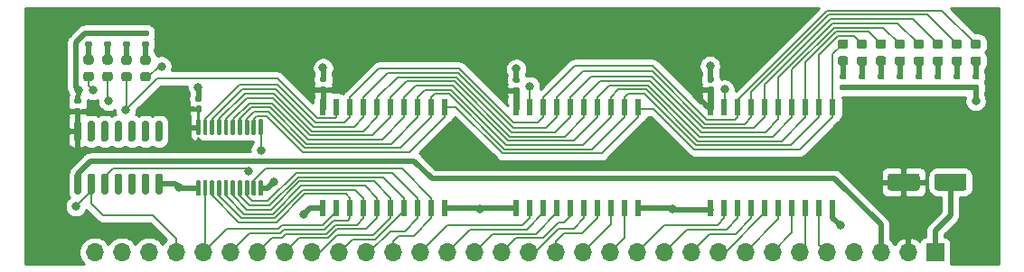
<source format=gbr>
%TF.GenerationSoftware,KiCad,Pcbnew,(5.1.10-1-10_14)*%
%TF.CreationDate,2021-09-10T00:22:32-04:00*%
%TF.ProjectId,smd-register-array,736d642d-7265-4676-9973-7465722d6172,rev?*%
%TF.SameCoordinates,Original*%
%TF.FileFunction,Copper,L1,Top*%
%TF.FilePolarity,Positive*%
%FSLAX46Y46*%
G04 Gerber Fmt 4.6, Leading zero omitted, Abs format (unit mm)*
G04 Created by KiCad (PCBNEW (5.1.10-1-10_14)) date 2021-09-10 00:22:32*
%MOMM*%
%LPD*%
G01*
G04 APERTURE LIST*
%TA.AperFunction,ComponentPad*%
%ADD10O,1.700000X1.700000*%
%TD*%
%TA.AperFunction,ComponentPad*%
%ADD11R,1.700000X1.700000*%
%TD*%
%TA.AperFunction,SMDPad,CuDef*%
%ADD12R,0.600000X1.500000*%
%TD*%
%TA.AperFunction,ViaPad*%
%ADD13C,0.800000*%
%TD*%
%TA.AperFunction,Conductor*%
%ADD14C,0.200000*%
%TD*%
%TA.AperFunction,Conductor*%
%ADD15C,0.500000*%
%TD*%
%TA.AperFunction,Conductor*%
%ADD16C,0.250000*%
%TD*%
%TA.AperFunction,Conductor*%
%ADD17C,0.254000*%
%TD*%
%TA.AperFunction,Conductor*%
%ADD18C,0.100000*%
%TD*%
G04 APERTURE END LIST*
D10*
%TO.P,J1,32*%
%TO.N,/MSB_OUT*%
X123698000Y-89916000D03*
%TO.P,J1,31*%
%TO.N,/LSB_OUT*%
X126238000Y-89916000D03*
%TO.P,J1,30*%
%TO.N,/BUS_OUT*%
X128778000Y-89916000D03*
%TO.P,J1,29*%
%TO.N,/EN*%
X131318000Y-89916000D03*
%TO.P,J1,28*%
%TO.N,BUS_00*%
X133858000Y-89916000D03*
%TO.P,J1,27*%
%TO.N,BUS_01*%
X136398000Y-89916000D03*
%TO.P,J1,26*%
%TO.N,BUS_02*%
X138938000Y-89916000D03*
%TO.P,J1,25*%
%TO.N,BUS_03*%
X141478000Y-89916000D03*
%TO.P,J1,24*%
%TO.N,BUS_04*%
X144018000Y-89916000D03*
%TO.P,J1,23*%
%TO.N,BUS_05*%
X146558000Y-89916000D03*
%TO.P,J1,22*%
%TO.N,BUS_06*%
X149098000Y-89916000D03*
%TO.P,J1,21*%
%TO.N,BUS_07*%
X151638000Y-89916000D03*
%TO.P,J1,20*%
%TO.N,LSB_00*%
X154178000Y-89916000D03*
%TO.P,J1,19*%
%TO.N,LSB_01*%
X156718000Y-89916000D03*
%TO.P,J1,18*%
%TO.N,LSB_02*%
X159258000Y-89916000D03*
%TO.P,J1,17*%
%TO.N,LSB_03*%
X161798000Y-89916000D03*
%TO.P,J1,16*%
%TO.N,LSB_04*%
X164338000Y-89916000D03*
%TO.P,J1,15*%
%TO.N,LSB_05*%
X166878000Y-89916000D03*
%TO.P,J1,14*%
%TO.N,LSB_06*%
X169418000Y-89916000D03*
%TO.P,J1,13*%
%TO.N,LSB_07*%
X171958000Y-89916000D03*
%TO.P,J1,12*%
%TO.N,MSB_00*%
X174498000Y-89916000D03*
%TO.P,J1,11*%
%TO.N,MSB_01*%
X177038000Y-89916000D03*
%TO.P,J1,10*%
%TO.N,MSB_02*%
X179578000Y-89916000D03*
%TO.P,J1,9*%
%TO.N,MSB_03*%
X182118000Y-89916000D03*
%TO.P,J1,8*%
%TO.N,MSB_04*%
X184658000Y-89916000D03*
%TO.P,J1,7*%
%TO.N,MSB_05*%
X187198000Y-89916000D03*
%TO.P,J1,6*%
%TO.N,MSB_06*%
X189738000Y-89916000D03*
%TO.P,J1,5*%
%TO.N,MSB_07*%
X192278000Y-89916000D03*
%TO.P,J1,4*%
%TO.N,RESET*%
X194818000Y-89916000D03*
%TO.P,J1,3*%
%TO.N,CLOCK*%
X197358000Y-89916000D03*
%TO.P,J1,2*%
%TO.N,VCC*%
X199898000Y-89916000D03*
D11*
%TO.P,J1,1*%
%TO.N,GND*%
X202438000Y-89916000D03*
%TD*%
%TO.P,C6,2*%
%TO.N,GND*%
%TA.AperFunction,SMDPad,CuDef*%
G36*
G01*
X122282000Y-75958000D02*
X121942000Y-75958000D01*
G75*
G02*
X121802000Y-75818000I0J140000D01*
G01*
X121802000Y-75538000D01*
G75*
G02*
X121942000Y-75398000I140000J0D01*
G01*
X122282000Y-75398000D01*
G75*
G02*
X122422000Y-75538000I0J-140000D01*
G01*
X122422000Y-75818000D01*
G75*
G02*
X122282000Y-75958000I-140000J0D01*
G01*
G37*
%TD.AperFunction*%
%TO.P,C6,1*%
%TO.N,VCC*%
%TA.AperFunction,SMDPad,CuDef*%
G36*
G01*
X122282000Y-76918000D02*
X121942000Y-76918000D01*
G75*
G02*
X121802000Y-76778000I0J140000D01*
G01*
X121802000Y-76498000D01*
G75*
G02*
X121942000Y-76358000I140000J0D01*
G01*
X122282000Y-76358000D01*
G75*
G02*
X122422000Y-76498000I0J-140000D01*
G01*
X122422000Y-76778000D01*
G75*
G02*
X122282000Y-76918000I-140000J0D01*
G01*
G37*
%TD.AperFunction*%
%TD*%
D12*
%TO.P,U5,20*%
%TO.N,VCC*%
X181421000Y-76262000D03*
%TO.P,U5,19*%
%TO.N,/MSB_OUT*%
X182691000Y-76262000D03*
%TO.P,U5,18*%
%TO.N,A0*%
X183961000Y-76262000D03*
%TO.P,U5,17*%
%TO.N,A1*%
X185231000Y-76262000D03*
%TO.P,U5,16*%
%TO.N,A2*%
X186501000Y-76262000D03*
%TO.P,U5,15*%
%TO.N,A3*%
X187771000Y-76262000D03*
%TO.P,U5,14*%
%TO.N,A4*%
X189041000Y-76262000D03*
%TO.P,U5,13*%
%TO.N,A5*%
X190311000Y-76262000D03*
%TO.P,U5,12*%
%TO.N,A6*%
X191581000Y-76262000D03*
%TO.P,U5,11*%
%TO.N,A7*%
X192851000Y-76262000D03*
%TO.P,U5,10*%
%TO.N,GND*%
X192851000Y-85762000D03*
%TO.P,U5,9*%
%TO.N,MSB_07*%
X191581000Y-85762000D03*
%TO.P,U5,8*%
%TO.N,MSB_06*%
X190311000Y-85762000D03*
%TO.P,U5,7*%
%TO.N,MSB_05*%
X189041000Y-85762000D03*
%TO.P,U5,1*%
%TO.N,GND*%
X181421000Y-85762000D03*
%TO.P,U5,2*%
%TO.N,MSB_00*%
X182691000Y-85762000D03*
%TO.P,U5,3*%
%TO.N,MSB_01*%
X183961000Y-85762000D03*
%TO.P,U5,4*%
%TO.N,MSB_02*%
X185231000Y-85762000D03*
%TO.P,U5,5*%
%TO.N,MSB_03*%
X186501000Y-85762000D03*
%TO.P,U5,6*%
%TO.N,MSB_04*%
X187771000Y-85762000D03*
%TD*%
%TO.P,U4,20*%
%TO.N,VCC*%
X163190600Y-76262000D03*
%TO.P,U4,19*%
%TO.N,/LSB_OUT*%
X164460600Y-76262000D03*
%TO.P,U4,18*%
%TO.N,A0*%
X165730600Y-76262000D03*
%TO.P,U4,17*%
%TO.N,A1*%
X167000600Y-76262000D03*
%TO.P,U4,16*%
%TO.N,A2*%
X168270600Y-76262000D03*
%TO.P,U4,15*%
%TO.N,A3*%
X169540600Y-76262000D03*
%TO.P,U4,14*%
%TO.N,A4*%
X170810600Y-76262000D03*
%TO.P,U4,13*%
%TO.N,A5*%
X172080600Y-76262000D03*
%TO.P,U4,12*%
%TO.N,A6*%
X173350600Y-76262000D03*
%TO.P,U4,11*%
%TO.N,A7*%
X174620600Y-76262000D03*
%TO.P,U4,10*%
%TO.N,GND*%
X174620600Y-85762000D03*
%TO.P,U4,9*%
%TO.N,LSB_07*%
X173350600Y-85762000D03*
%TO.P,U4,8*%
%TO.N,LSB_06*%
X172080600Y-85762000D03*
%TO.P,U4,7*%
%TO.N,LSB_05*%
X170810600Y-85762000D03*
%TO.P,U4,1*%
%TO.N,GND*%
X163190600Y-85762000D03*
%TO.P,U4,2*%
%TO.N,LSB_00*%
X164460600Y-85762000D03*
%TO.P,U4,3*%
%TO.N,LSB_01*%
X165730600Y-85762000D03*
%TO.P,U4,4*%
%TO.N,LSB_02*%
X167000600Y-85762000D03*
%TO.P,U4,5*%
%TO.N,LSB_03*%
X168270600Y-85762000D03*
%TO.P,U4,6*%
%TO.N,LSB_04*%
X169540600Y-85762000D03*
%TD*%
%TO.P,U3,20*%
%TO.N,VCC*%
X145099000Y-76262000D03*
%TO.P,U3,19*%
%TO.N,/BUS_OUT*%
X146369000Y-76262000D03*
%TO.P,U3,18*%
%TO.N,A0*%
X147639000Y-76262000D03*
%TO.P,U3,17*%
%TO.N,A1*%
X148909000Y-76262000D03*
%TO.P,U3,16*%
%TO.N,A2*%
X150179000Y-76262000D03*
%TO.P,U3,15*%
%TO.N,A3*%
X151449000Y-76262000D03*
%TO.P,U3,14*%
%TO.N,A4*%
X152719000Y-76262000D03*
%TO.P,U3,13*%
%TO.N,A5*%
X153989000Y-76262000D03*
%TO.P,U3,12*%
%TO.N,A6*%
X155259000Y-76262000D03*
%TO.P,U3,11*%
%TO.N,A7*%
X156529000Y-76262000D03*
%TO.P,U3,10*%
%TO.N,GND*%
X156529000Y-85762000D03*
%TO.P,U3,9*%
%TO.N,BUS_07*%
X155259000Y-85762000D03*
%TO.P,U3,8*%
%TO.N,BUS_06*%
X153989000Y-85762000D03*
%TO.P,U3,7*%
%TO.N,BUS_05*%
X152719000Y-85762000D03*
%TO.P,U3,1*%
%TO.N,GND*%
X145099000Y-85762000D03*
%TO.P,U3,2*%
%TO.N,BUS_00*%
X146369000Y-85762000D03*
%TO.P,U3,3*%
%TO.N,BUS_01*%
X147639000Y-85762000D03*
%TO.P,U3,4*%
%TO.N,BUS_02*%
X148909000Y-85762000D03*
%TO.P,U3,5*%
%TO.N,BUS_03*%
X150179000Y-85762000D03*
%TO.P,U3,6*%
%TO.N,BUS_04*%
X151449000Y-85762000D03*
%TD*%
%TO.P,U2,20*%
%TO.N,VCC*%
%TA.AperFunction,SMDPad,CuDef*%
G36*
G01*
X133511000Y-78887000D02*
X133311000Y-78887000D01*
G75*
G02*
X133211000Y-78787000I0J100000D01*
G01*
X133211000Y-77512000D01*
G75*
G02*
X133311000Y-77412000I100000J0D01*
G01*
X133511000Y-77412000D01*
G75*
G02*
X133611000Y-77512000I0J-100000D01*
G01*
X133611000Y-78787000D01*
G75*
G02*
X133511000Y-78887000I-100000J0D01*
G01*
G37*
%TD.AperFunction*%
%TO.P,U2,19*%
%TO.N,A0*%
%TA.AperFunction,SMDPad,CuDef*%
G36*
G01*
X134161000Y-78887000D02*
X133961000Y-78887000D01*
G75*
G02*
X133861000Y-78787000I0J100000D01*
G01*
X133861000Y-77512000D01*
G75*
G02*
X133961000Y-77412000I100000J0D01*
G01*
X134161000Y-77412000D01*
G75*
G02*
X134261000Y-77512000I0J-100000D01*
G01*
X134261000Y-78787000D01*
G75*
G02*
X134161000Y-78887000I-100000J0D01*
G01*
G37*
%TD.AperFunction*%
%TO.P,U2,18*%
%TO.N,A1*%
%TA.AperFunction,SMDPad,CuDef*%
G36*
G01*
X134811000Y-78887000D02*
X134611000Y-78887000D01*
G75*
G02*
X134511000Y-78787000I0J100000D01*
G01*
X134511000Y-77512000D01*
G75*
G02*
X134611000Y-77412000I100000J0D01*
G01*
X134811000Y-77412000D01*
G75*
G02*
X134911000Y-77512000I0J-100000D01*
G01*
X134911000Y-78787000D01*
G75*
G02*
X134811000Y-78887000I-100000J0D01*
G01*
G37*
%TD.AperFunction*%
%TO.P,U2,17*%
%TO.N,A2*%
%TA.AperFunction,SMDPad,CuDef*%
G36*
G01*
X135461000Y-78887000D02*
X135261000Y-78887000D01*
G75*
G02*
X135161000Y-78787000I0J100000D01*
G01*
X135161000Y-77512000D01*
G75*
G02*
X135261000Y-77412000I100000J0D01*
G01*
X135461000Y-77412000D01*
G75*
G02*
X135561000Y-77512000I0J-100000D01*
G01*
X135561000Y-78787000D01*
G75*
G02*
X135461000Y-78887000I-100000J0D01*
G01*
G37*
%TD.AperFunction*%
%TO.P,U2,16*%
%TO.N,A3*%
%TA.AperFunction,SMDPad,CuDef*%
G36*
G01*
X136111000Y-78887000D02*
X135911000Y-78887000D01*
G75*
G02*
X135811000Y-78787000I0J100000D01*
G01*
X135811000Y-77512000D01*
G75*
G02*
X135911000Y-77412000I100000J0D01*
G01*
X136111000Y-77412000D01*
G75*
G02*
X136211000Y-77512000I0J-100000D01*
G01*
X136211000Y-78787000D01*
G75*
G02*
X136111000Y-78887000I-100000J0D01*
G01*
G37*
%TD.AperFunction*%
%TO.P,U2,15*%
%TO.N,A4*%
%TA.AperFunction,SMDPad,CuDef*%
G36*
G01*
X136761000Y-78887000D02*
X136561000Y-78887000D01*
G75*
G02*
X136461000Y-78787000I0J100000D01*
G01*
X136461000Y-77512000D01*
G75*
G02*
X136561000Y-77412000I100000J0D01*
G01*
X136761000Y-77412000D01*
G75*
G02*
X136861000Y-77512000I0J-100000D01*
G01*
X136861000Y-78787000D01*
G75*
G02*
X136761000Y-78887000I-100000J0D01*
G01*
G37*
%TD.AperFunction*%
%TO.P,U2,14*%
%TO.N,A5*%
%TA.AperFunction,SMDPad,CuDef*%
G36*
G01*
X137411000Y-78887000D02*
X137211000Y-78887000D01*
G75*
G02*
X137111000Y-78787000I0J100000D01*
G01*
X137111000Y-77512000D01*
G75*
G02*
X137211000Y-77412000I100000J0D01*
G01*
X137411000Y-77412000D01*
G75*
G02*
X137511000Y-77512000I0J-100000D01*
G01*
X137511000Y-78787000D01*
G75*
G02*
X137411000Y-78887000I-100000J0D01*
G01*
G37*
%TD.AperFunction*%
%TO.P,U2,13*%
%TO.N,A6*%
%TA.AperFunction,SMDPad,CuDef*%
G36*
G01*
X138061000Y-78887000D02*
X137861000Y-78887000D01*
G75*
G02*
X137761000Y-78787000I0J100000D01*
G01*
X137761000Y-77512000D01*
G75*
G02*
X137861000Y-77412000I100000J0D01*
G01*
X138061000Y-77412000D01*
G75*
G02*
X138161000Y-77512000I0J-100000D01*
G01*
X138161000Y-78787000D01*
G75*
G02*
X138061000Y-78887000I-100000J0D01*
G01*
G37*
%TD.AperFunction*%
%TO.P,U2,12*%
%TO.N,A7*%
%TA.AperFunction,SMDPad,CuDef*%
G36*
G01*
X138711000Y-78887000D02*
X138511000Y-78887000D01*
G75*
G02*
X138411000Y-78787000I0J100000D01*
G01*
X138411000Y-77512000D01*
G75*
G02*
X138511000Y-77412000I100000J0D01*
G01*
X138711000Y-77412000D01*
G75*
G02*
X138811000Y-77512000I0J-100000D01*
G01*
X138811000Y-78787000D01*
G75*
G02*
X138711000Y-78887000I-100000J0D01*
G01*
G37*
%TD.AperFunction*%
%TO.P,U2,11*%
%TO.N,Net-(U1-Pad3)*%
%TA.AperFunction,SMDPad,CuDef*%
G36*
G01*
X139361000Y-78887000D02*
X139161000Y-78887000D01*
G75*
G02*
X139061000Y-78787000I0J100000D01*
G01*
X139061000Y-77512000D01*
G75*
G02*
X139161000Y-77412000I100000J0D01*
G01*
X139361000Y-77412000D01*
G75*
G02*
X139461000Y-77512000I0J-100000D01*
G01*
X139461000Y-78787000D01*
G75*
G02*
X139361000Y-78887000I-100000J0D01*
G01*
G37*
%TD.AperFunction*%
%TO.P,U2,10*%
%TO.N,GND*%
%TA.AperFunction,SMDPad,CuDef*%
G36*
G01*
X139361000Y-84612000D02*
X139161000Y-84612000D01*
G75*
G02*
X139061000Y-84512000I0J100000D01*
G01*
X139061000Y-83237000D01*
G75*
G02*
X139161000Y-83137000I100000J0D01*
G01*
X139361000Y-83137000D01*
G75*
G02*
X139461000Y-83237000I0J-100000D01*
G01*
X139461000Y-84512000D01*
G75*
G02*
X139361000Y-84612000I-100000J0D01*
G01*
G37*
%TD.AperFunction*%
%TO.P,U2,9*%
%TO.N,BUS_07*%
%TA.AperFunction,SMDPad,CuDef*%
G36*
G01*
X138711000Y-84612000D02*
X138511000Y-84612000D01*
G75*
G02*
X138411000Y-84512000I0J100000D01*
G01*
X138411000Y-83237000D01*
G75*
G02*
X138511000Y-83137000I100000J0D01*
G01*
X138711000Y-83137000D01*
G75*
G02*
X138811000Y-83237000I0J-100000D01*
G01*
X138811000Y-84512000D01*
G75*
G02*
X138711000Y-84612000I-100000J0D01*
G01*
G37*
%TD.AperFunction*%
%TO.P,U2,8*%
%TO.N,BUS_06*%
%TA.AperFunction,SMDPad,CuDef*%
G36*
G01*
X138061000Y-84612000D02*
X137861000Y-84612000D01*
G75*
G02*
X137761000Y-84512000I0J100000D01*
G01*
X137761000Y-83237000D01*
G75*
G02*
X137861000Y-83137000I100000J0D01*
G01*
X138061000Y-83137000D01*
G75*
G02*
X138161000Y-83237000I0J-100000D01*
G01*
X138161000Y-84512000D01*
G75*
G02*
X138061000Y-84612000I-100000J0D01*
G01*
G37*
%TD.AperFunction*%
%TO.P,U2,7*%
%TO.N,BUS_05*%
%TA.AperFunction,SMDPad,CuDef*%
G36*
G01*
X137411000Y-84612000D02*
X137211000Y-84612000D01*
G75*
G02*
X137111000Y-84512000I0J100000D01*
G01*
X137111000Y-83237000D01*
G75*
G02*
X137211000Y-83137000I100000J0D01*
G01*
X137411000Y-83137000D01*
G75*
G02*
X137511000Y-83237000I0J-100000D01*
G01*
X137511000Y-84512000D01*
G75*
G02*
X137411000Y-84612000I-100000J0D01*
G01*
G37*
%TD.AperFunction*%
%TO.P,U2,6*%
%TO.N,BUS_04*%
%TA.AperFunction,SMDPad,CuDef*%
G36*
G01*
X136761000Y-84612000D02*
X136561000Y-84612000D01*
G75*
G02*
X136461000Y-84512000I0J100000D01*
G01*
X136461000Y-83237000D01*
G75*
G02*
X136561000Y-83137000I100000J0D01*
G01*
X136761000Y-83137000D01*
G75*
G02*
X136861000Y-83237000I0J-100000D01*
G01*
X136861000Y-84512000D01*
G75*
G02*
X136761000Y-84612000I-100000J0D01*
G01*
G37*
%TD.AperFunction*%
%TO.P,U2,5*%
%TO.N,BUS_03*%
%TA.AperFunction,SMDPad,CuDef*%
G36*
G01*
X136111000Y-84612000D02*
X135911000Y-84612000D01*
G75*
G02*
X135811000Y-84512000I0J100000D01*
G01*
X135811000Y-83237000D01*
G75*
G02*
X135911000Y-83137000I100000J0D01*
G01*
X136111000Y-83137000D01*
G75*
G02*
X136211000Y-83237000I0J-100000D01*
G01*
X136211000Y-84512000D01*
G75*
G02*
X136111000Y-84612000I-100000J0D01*
G01*
G37*
%TD.AperFunction*%
%TO.P,U2,4*%
%TO.N,BUS_02*%
%TA.AperFunction,SMDPad,CuDef*%
G36*
G01*
X135461000Y-84612000D02*
X135261000Y-84612000D01*
G75*
G02*
X135161000Y-84512000I0J100000D01*
G01*
X135161000Y-83237000D01*
G75*
G02*
X135261000Y-83137000I100000J0D01*
G01*
X135461000Y-83137000D01*
G75*
G02*
X135561000Y-83237000I0J-100000D01*
G01*
X135561000Y-84512000D01*
G75*
G02*
X135461000Y-84612000I-100000J0D01*
G01*
G37*
%TD.AperFunction*%
%TO.P,U2,3*%
%TO.N,BUS_01*%
%TA.AperFunction,SMDPad,CuDef*%
G36*
G01*
X134811000Y-84612000D02*
X134611000Y-84612000D01*
G75*
G02*
X134511000Y-84512000I0J100000D01*
G01*
X134511000Y-83237000D01*
G75*
G02*
X134611000Y-83137000I100000J0D01*
G01*
X134811000Y-83137000D01*
G75*
G02*
X134911000Y-83237000I0J-100000D01*
G01*
X134911000Y-84512000D01*
G75*
G02*
X134811000Y-84612000I-100000J0D01*
G01*
G37*
%TD.AperFunction*%
%TO.P,U2,2*%
%TO.N,BUS_00*%
%TA.AperFunction,SMDPad,CuDef*%
G36*
G01*
X134161000Y-84612000D02*
X133961000Y-84612000D01*
G75*
G02*
X133861000Y-84512000I0J100000D01*
G01*
X133861000Y-83237000D01*
G75*
G02*
X133961000Y-83137000I100000J0D01*
G01*
X134161000Y-83137000D01*
G75*
G02*
X134261000Y-83237000I0J-100000D01*
G01*
X134261000Y-84512000D01*
G75*
G02*
X134161000Y-84612000I-100000J0D01*
G01*
G37*
%TD.AperFunction*%
%TO.P,U2,1*%
%TO.N,GND*%
%TA.AperFunction,SMDPad,CuDef*%
G36*
G01*
X133511000Y-84612000D02*
X133311000Y-84612000D01*
G75*
G02*
X133211000Y-84512000I0J100000D01*
G01*
X133211000Y-83237000D01*
G75*
G02*
X133311000Y-83137000I100000J0D01*
G01*
X133511000Y-83137000D01*
G75*
G02*
X133611000Y-83237000I0J-100000D01*
G01*
X133611000Y-84512000D01*
G75*
G02*
X133511000Y-84612000I-100000J0D01*
G01*
G37*
%TD.AperFunction*%
%TD*%
%TO.P,U1,14*%
%TO.N,VCC*%
%TA.AperFunction,SMDPad,CuDef*%
G36*
G01*
X122262000Y-79512000D02*
X121962000Y-79512000D01*
G75*
G02*
X121812000Y-79362000I0J150000D01*
G01*
X121812000Y-77712000D01*
G75*
G02*
X121962000Y-77562000I150000J0D01*
G01*
X122262000Y-77562000D01*
G75*
G02*
X122412000Y-77712000I0J-150000D01*
G01*
X122412000Y-79362000D01*
G75*
G02*
X122262000Y-79512000I-150000J0D01*
G01*
G37*
%TD.AperFunction*%
%TO.P,U1,13*%
%TO.N,N/C*%
%TA.AperFunction,SMDPad,CuDef*%
G36*
G01*
X123532000Y-79512000D02*
X123232000Y-79512000D01*
G75*
G02*
X123082000Y-79362000I0J150000D01*
G01*
X123082000Y-77712000D01*
G75*
G02*
X123232000Y-77562000I150000J0D01*
G01*
X123532000Y-77562000D01*
G75*
G02*
X123682000Y-77712000I0J-150000D01*
G01*
X123682000Y-79362000D01*
G75*
G02*
X123532000Y-79512000I-150000J0D01*
G01*
G37*
%TD.AperFunction*%
%TO.P,U1,12*%
%TA.AperFunction,SMDPad,CuDef*%
G36*
G01*
X124802000Y-79512000D02*
X124502000Y-79512000D01*
G75*
G02*
X124352000Y-79362000I0J150000D01*
G01*
X124352000Y-77712000D01*
G75*
G02*
X124502000Y-77562000I150000J0D01*
G01*
X124802000Y-77562000D01*
G75*
G02*
X124952000Y-77712000I0J-150000D01*
G01*
X124952000Y-79362000D01*
G75*
G02*
X124802000Y-79512000I-150000J0D01*
G01*
G37*
%TD.AperFunction*%
%TO.P,U1,11*%
%TA.AperFunction,SMDPad,CuDef*%
G36*
G01*
X126072000Y-79512000D02*
X125772000Y-79512000D01*
G75*
G02*
X125622000Y-79362000I0J150000D01*
G01*
X125622000Y-77712000D01*
G75*
G02*
X125772000Y-77562000I150000J0D01*
G01*
X126072000Y-77562000D01*
G75*
G02*
X126222000Y-77712000I0J-150000D01*
G01*
X126222000Y-79362000D01*
G75*
G02*
X126072000Y-79512000I-150000J0D01*
G01*
G37*
%TD.AperFunction*%
%TO.P,U1,10*%
%TA.AperFunction,SMDPad,CuDef*%
G36*
G01*
X127342000Y-79512000D02*
X127042000Y-79512000D01*
G75*
G02*
X126892000Y-79362000I0J150000D01*
G01*
X126892000Y-77712000D01*
G75*
G02*
X127042000Y-77562000I150000J0D01*
G01*
X127342000Y-77562000D01*
G75*
G02*
X127492000Y-77712000I0J-150000D01*
G01*
X127492000Y-79362000D01*
G75*
G02*
X127342000Y-79512000I-150000J0D01*
G01*
G37*
%TD.AperFunction*%
%TO.P,U1,9*%
%TA.AperFunction,SMDPad,CuDef*%
G36*
G01*
X128612000Y-79512000D02*
X128312000Y-79512000D01*
G75*
G02*
X128162000Y-79362000I0J150000D01*
G01*
X128162000Y-77712000D01*
G75*
G02*
X128312000Y-77562000I150000J0D01*
G01*
X128612000Y-77562000D01*
G75*
G02*
X128762000Y-77712000I0J-150000D01*
G01*
X128762000Y-79362000D01*
G75*
G02*
X128612000Y-79512000I-150000J0D01*
G01*
G37*
%TD.AperFunction*%
%TO.P,U1,8*%
%TA.AperFunction,SMDPad,CuDef*%
G36*
G01*
X129882000Y-79512000D02*
X129582000Y-79512000D01*
G75*
G02*
X129432000Y-79362000I0J150000D01*
G01*
X129432000Y-77712000D01*
G75*
G02*
X129582000Y-77562000I150000J0D01*
G01*
X129882000Y-77562000D01*
G75*
G02*
X130032000Y-77712000I0J-150000D01*
G01*
X130032000Y-79362000D01*
G75*
G02*
X129882000Y-79512000I-150000J0D01*
G01*
G37*
%TD.AperFunction*%
%TO.P,U1,7*%
%TO.N,GND*%
%TA.AperFunction,SMDPad,CuDef*%
G36*
G01*
X129882000Y-84462000D02*
X129582000Y-84462000D01*
G75*
G02*
X129432000Y-84312000I0J150000D01*
G01*
X129432000Y-82662000D01*
G75*
G02*
X129582000Y-82512000I150000J0D01*
G01*
X129882000Y-82512000D01*
G75*
G02*
X130032000Y-82662000I0J-150000D01*
G01*
X130032000Y-84312000D01*
G75*
G02*
X129882000Y-84462000I-150000J0D01*
G01*
G37*
%TD.AperFunction*%
%TO.P,U1,6*%
%TO.N,N/C*%
%TA.AperFunction,SMDPad,CuDef*%
G36*
G01*
X128612000Y-84462000D02*
X128312000Y-84462000D01*
G75*
G02*
X128162000Y-84312000I0J150000D01*
G01*
X128162000Y-82662000D01*
G75*
G02*
X128312000Y-82512000I150000J0D01*
G01*
X128612000Y-82512000D01*
G75*
G02*
X128762000Y-82662000I0J-150000D01*
G01*
X128762000Y-84312000D01*
G75*
G02*
X128612000Y-84462000I-150000J0D01*
G01*
G37*
%TD.AperFunction*%
%TO.P,U1,5*%
%TA.AperFunction,SMDPad,CuDef*%
G36*
G01*
X127342000Y-84462000D02*
X127042000Y-84462000D01*
G75*
G02*
X126892000Y-84312000I0J150000D01*
G01*
X126892000Y-82662000D01*
G75*
G02*
X127042000Y-82512000I150000J0D01*
G01*
X127342000Y-82512000D01*
G75*
G02*
X127492000Y-82662000I0J-150000D01*
G01*
X127492000Y-84312000D01*
G75*
G02*
X127342000Y-84462000I-150000J0D01*
G01*
G37*
%TD.AperFunction*%
%TO.P,U1,4*%
%TA.AperFunction,SMDPad,CuDef*%
G36*
G01*
X126072000Y-84462000D02*
X125772000Y-84462000D01*
G75*
G02*
X125622000Y-84312000I0J150000D01*
G01*
X125622000Y-82662000D01*
G75*
G02*
X125772000Y-82512000I150000J0D01*
G01*
X126072000Y-82512000D01*
G75*
G02*
X126222000Y-82662000I0J-150000D01*
G01*
X126222000Y-84312000D01*
G75*
G02*
X126072000Y-84462000I-150000J0D01*
G01*
G37*
%TD.AperFunction*%
%TO.P,U1,3*%
%TO.N,Net-(U1-Pad3)*%
%TA.AperFunction,SMDPad,CuDef*%
G36*
G01*
X124802000Y-84462000D02*
X124502000Y-84462000D01*
G75*
G02*
X124352000Y-84312000I0J150000D01*
G01*
X124352000Y-82662000D01*
G75*
G02*
X124502000Y-82512000I150000J0D01*
G01*
X124802000Y-82512000D01*
G75*
G02*
X124952000Y-82662000I0J-150000D01*
G01*
X124952000Y-84312000D01*
G75*
G02*
X124802000Y-84462000I-150000J0D01*
G01*
G37*
%TD.AperFunction*%
%TO.P,U1,2*%
%TO.N,/EN*%
%TA.AperFunction,SMDPad,CuDef*%
G36*
G01*
X123532000Y-84462000D02*
X123232000Y-84462000D01*
G75*
G02*
X123082000Y-84312000I0J150000D01*
G01*
X123082000Y-82662000D01*
G75*
G02*
X123232000Y-82512000I150000J0D01*
G01*
X123532000Y-82512000D01*
G75*
G02*
X123682000Y-82662000I0J-150000D01*
G01*
X123682000Y-84312000D01*
G75*
G02*
X123532000Y-84462000I-150000J0D01*
G01*
G37*
%TD.AperFunction*%
%TO.P,U1,1*%
%TO.N,CLOCK*%
%TA.AperFunction,SMDPad,CuDef*%
G36*
G01*
X122262000Y-84462000D02*
X121962000Y-84462000D01*
G75*
G02*
X121812000Y-84312000I0J150000D01*
G01*
X121812000Y-82662000D01*
G75*
G02*
X121962000Y-82512000I150000J0D01*
G01*
X122262000Y-82512000D01*
G75*
G02*
X122412000Y-82662000I0J-150000D01*
G01*
X122412000Y-84312000D01*
G75*
G02*
X122262000Y-84462000I-150000J0D01*
G01*
G37*
%TD.AperFunction*%
%TD*%
%TO.P,R12,2*%
%TO.N,GND*%
%TA.AperFunction,SMDPad,CuDef*%
G36*
G01*
X123313000Y-69594000D02*
X122943000Y-69594000D01*
G75*
G02*
X122808000Y-69459000I0J135000D01*
G01*
X122808000Y-69189000D01*
G75*
G02*
X122943000Y-69054000I135000J0D01*
G01*
X123313000Y-69054000D01*
G75*
G02*
X123448000Y-69189000I0J-135000D01*
G01*
X123448000Y-69459000D01*
G75*
G02*
X123313000Y-69594000I-135000J0D01*
G01*
G37*
%TD.AperFunction*%
%TO.P,R12,1*%
%TO.N,Net-(D12-Pad1)*%
%TA.AperFunction,SMDPad,CuDef*%
G36*
G01*
X123313000Y-70614000D02*
X122943000Y-70614000D01*
G75*
G02*
X122808000Y-70479000I0J135000D01*
G01*
X122808000Y-70209000D01*
G75*
G02*
X122943000Y-70074000I135000J0D01*
G01*
X123313000Y-70074000D01*
G75*
G02*
X123448000Y-70209000I0J-135000D01*
G01*
X123448000Y-70479000D01*
G75*
G02*
X123313000Y-70614000I-135000J0D01*
G01*
G37*
%TD.AperFunction*%
%TD*%
%TO.P,R11,2*%
%TO.N,GND*%
%TA.AperFunction,SMDPad,CuDef*%
G36*
G01*
X125091000Y-69594000D02*
X124721000Y-69594000D01*
G75*
G02*
X124586000Y-69459000I0J135000D01*
G01*
X124586000Y-69189000D01*
G75*
G02*
X124721000Y-69054000I135000J0D01*
G01*
X125091000Y-69054000D01*
G75*
G02*
X125226000Y-69189000I0J-135000D01*
G01*
X125226000Y-69459000D01*
G75*
G02*
X125091000Y-69594000I-135000J0D01*
G01*
G37*
%TD.AperFunction*%
%TO.P,R11,1*%
%TO.N,Net-(D11-Pad1)*%
%TA.AperFunction,SMDPad,CuDef*%
G36*
G01*
X125091000Y-70614000D02*
X124721000Y-70614000D01*
G75*
G02*
X124586000Y-70479000I0J135000D01*
G01*
X124586000Y-70209000D01*
G75*
G02*
X124721000Y-70074000I135000J0D01*
G01*
X125091000Y-70074000D01*
G75*
G02*
X125226000Y-70209000I0J-135000D01*
G01*
X125226000Y-70479000D01*
G75*
G02*
X125091000Y-70614000I-135000J0D01*
G01*
G37*
%TD.AperFunction*%
%TD*%
%TO.P,R10,2*%
%TO.N,GND*%
%TA.AperFunction,SMDPad,CuDef*%
G36*
G01*
X126869000Y-69598000D02*
X126499000Y-69598000D01*
G75*
G02*
X126364000Y-69463000I0J135000D01*
G01*
X126364000Y-69193000D01*
G75*
G02*
X126499000Y-69058000I135000J0D01*
G01*
X126869000Y-69058000D01*
G75*
G02*
X127004000Y-69193000I0J-135000D01*
G01*
X127004000Y-69463000D01*
G75*
G02*
X126869000Y-69598000I-135000J0D01*
G01*
G37*
%TD.AperFunction*%
%TO.P,R10,1*%
%TO.N,Net-(D10-Pad1)*%
%TA.AperFunction,SMDPad,CuDef*%
G36*
G01*
X126869000Y-70618000D02*
X126499000Y-70618000D01*
G75*
G02*
X126364000Y-70483000I0J135000D01*
G01*
X126364000Y-70213000D01*
G75*
G02*
X126499000Y-70078000I135000J0D01*
G01*
X126869000Y-70078000D01*
G75*
G02*
X127004000Y-70213000I0J-135000D01*
G01*
X127004000Y-70483000D01*
G75*
G02*
X126869000Y-70618000I-135000J0D01*
G01*
G37*
%TD.AperFunction*%
%TD*%
%TO.P,R9,2*%
%TO.N,GND*%
%TA.AperFunction,SMDPad,CuDef*%
G36*
G01*
X128647000Y-69596000D02*
X128277000Y-69596000D01*
G75*
G02*
X128142000Y-69461000I0J135000D01*
G01*
X128142000Y-69191000D01*
G75*
G02*
X128277000Y-69056000I135000J0D01*
G01*
X128647000Y-69056000D01*
G75*
G02*
X128782000Y-69191000I0J-135000D01*
G01*
X128782000Y-69461000D01*
G75*
G02*
X128647000Y-69596000I-135000J0D01*
G01*
G37*
%TD.AperFunction*%
%TO.P,R9,1*%
%TO.N,Net-(D9-Pad1)*%
%TA.AperFunction,SMDPad,CuDef*%
G36*
G01*
X128647000Y-70616000D02*
X128277000Y-70616000D01*
G75*
G02*
X128142000Y-70481000I0J135000D01*
G01*
X128142000Y-70211000D01*
G75*
G02*
X128277000Y-70076000I135000J0D01*
G01*
X128647000Y-70076000D01*
G75*
G02*
X128782000Y-70211000I0J-135000D01*
G01*
X128782000Y-70481000D01*
G75*
G02*
X128647000Y-70616000I-135000J0D01*
G01*
G37*
%TD.AperFunction*%
%TD*%
%TO.P,R8,2*%
%TO.N,GND*%
%TA.AperFunction,SMDPad,CuDef*%
G36*
G01*
X193611000Y-74154000D02*
X193981000Y-74154000D01*
G75*
G02*
X194116000Y-74289000I0J-135000D01*
G01*
X194116000Y-74559000D01*
G75*
G02*
X193981000Y-74694000I-135000J0D01*
G01*
X193611000Y-74694000D01*
G75*
G02*
X193476000Y-74559000I0J135000D01*
G01*
X193476000Y-74289000D01*
G75*
G02*
X193611000Y-74154000I135000J0D01*
G01*
G37*
%TD.AperFunction*%
%TO.P,R8,1*%
%TO.N,Net-(D8-Pad1)*%
%TA.AperFunction,SMDPad,CuDef*%
G36*
G01*
X193611000Y-73134000D02*
X193981000Y-73134000D01*
G75*
G02*
X194116000Y-73269000I0J-135000D01*
G01*
X194116000Y-73539000D01*
G75*
G02*
X193981000Y-73674000I-135000J0D01*
G01*
X193611000Y-73674000D01*
G75*
G02*
X193476000Y-73539000I0J135000D01*
G01*
X193476000Y-73269000D01*
G75*
G02*
X193611000Y-73134000I135000J0D01*
G01*
G37*
%TD.AperFunction*%
%TD*%
%TO.P,R7,2*%
%TO.N,GND*%
%TA.AperFunction,SMDPad,CuDef*%
G36*
G01*
X195389000Y-74154000D02*
X195759000Y-74154000D01*
G75*
G02*
X195894000Y-74289000I0J-135000D01*
G01*
X195894000Y-74559000D01*
G75*
G02*
X195759000Y-74694000I-135000J0D01*
G01*
X195389000Y-74694000D01*
G75*
G02*
X195254000Y-74559000I0J135000D01*
G01*
X195254000Y-74289000D01*
G75*
G02*
X195389000Y-74154000I135000J0D01*
G01*
G37*
%TD.AperFunction*%
%TO.P,R7,1*%
%TO.N,Net-(D7-Pad1)*%
%TA.AperFunction,SMDPad,CuDef*%
G36*
G01*
X195389000Y-73134000D02*
X195759000Y-73134000D01*
G75*
G02*
X195894000Y-73269000I0J-135000D01*
G01*
X195894000Y-73539000D01*
G75*
G02*
X195759000Y-73674000I-135000J0D01*
G01*
X195389000Y-73674000D01*
G75*
G02*
X195254000Y-73539000I0J135000D01*
G01*
X195254000Y-73269000D01*
G75*
G02*
X195389000Y-73134000I135000J0D01*
G01*
G37*
%TD.AperFunction*%
%TD*%
%TO.P,R6,2*%
%TO.N,GND*%
%TA.AperFunction,SMDPad,CuDef*%
G36*
G01*
X197167000Y-74154000D02*
X197537000Y-74154000D01*
G75*
G02*
X197672000Y-74289000I0J-135000D01*
G01*
X197672000Y-74559000D01*
G75*
G02*
X197537000Y-74694000I-135000J0D01*
G01*
X197167000Y-74694000D01*
G75*
G02*
X197032000Y-74559000I0J135000D01*
G01*
X197032000Y-74289000D01*
G75*
G02*
X197167000Y-74154000I135000J0D01*
G01*
G37*
%TD.AperFunction*%
%TO.P,R6,1*%
%TO.N,Net-(D6-Pad1)*%
%TA.AperFunction,SMDPad,CuDef*%
G36*
G01*
X197167000Y-73134000D02*
X197537000Y-73134000D01*
G75*
G02*
X197672000Y-73269000I0J-135000D01*
G01*
X197672000Y-73539000D01*
G75*
G02*
X197537000Y-73674000I-135000J0D01*
G01*
X197167000Y-73674000D01*
G75*
G02*
X197032000Y-73539000I0J135000D01*
G01*
X197032000Y-73269000D01*
G75*
G02*
X197167000Y-73134000I135000J0D01*
G01*
G37*
%TD.AperFunction*%
%TD*%
%TO.P,R5,2*%
%TO.N,GND*%
%TA.AperFunction,SMDPad,CuDef*%
G36*
G01*
X198945000Y-74152000D02*
X199315000Y-74152000D01*
G75*
G02*
X199450000Y-74287000I0J-135000D01*
G01*
X199450000Y-74557000D01*
G75*
G02*
X199315000Y-74692000I-135000J0D01*
G01*
X198945000Y-74692000D01*
G75*
G02*
X198810000Y-74557000I0J135000D01*
G01*
X198810000Y-74287000D01*
G75*
G02*
X198945000Y-74152000I135000J0D01*
G01*
G37*
%TD.AperFunction*%
%TO.P,R5,1*%
%TO.N,Net-(D5-Pad1)*%
%TA.AperFunction,SMDPad,CuDef*%
G36*
G01*
X198945000Y-73132000D02*
X199315000Y-73132000D01*
G75*
G02*
X199450000Y-73267000I0J-135000D01*
G01*
X199450000Y-73537000D01*
G75*
G02*
X199315000Y-73672000I-135000J0D01*
G01*
X198945000Y-73672000D01*
G75*
G02*
X198810000Y-73537000I0J135000D01*
G01*
X198810000Y-73267000D01*
G75*
G02*
X198945000Y-73132000I135000J0D01*
G01*
G37*
%TD.AperFunction*%
%TD*%
%TO.P,R4,2*%
%TO.N,GND*%
%TA.AperFunction,SMDPad,CuDef*%
G36*
G01*
X200723000Y-74156000D02*
X201093000Y-74156000D01*
G75*
G02*
X201228000Y-74291000I0J-135000D01*
G01*
X201228000Y-74561000D01*
G75*
G02*
X201093000Y-74696000I-135000J0D01*
G01*
X200723000Y-74696000D01*
G75*
G02*
X200588000Y-74561000I0J135000D01*
G01*
X200588000Y-74291000D01*
G75*
G02*
X200723000Y-74156000I135000J0D01*
G01*
G37*
%TD.AperFunction*%
%TO.P,R4,1*%
%TO.N,Net-(D4-Pad1)*%
%TA.AperFunction,SMDPad,CuDef*%
G36*
G01*
X200723000Y-73136000D02*
X201093000Y-73136000D01*
G75*
G02*
X201228000Y-73271000I0J-135000D01*
G01*
X201228000Y-73541000D01*
G75*
G02*
X201093000Y-73676000I-135000J0D01*
G01*
X200723000Y-73676000D01*
G75*
G02*
X200588000Y-73541000I0J135000D01*
G01*
X200588000Y-73271000D01*
G75*
G02*
X200723000Y-73136000I135000J0D01*
G01*
G37*
%TD.AperFunction*%
%TD*%
%TO.P,R3,2*%
%TO.N,GND*%
%TA.AperFunction,SMDPad,CuDef*%
G36*
G01*
X202501000Y-74154000D02*
X202871000Y-74154000D01*
G75*
G02*
X203006000Y-74289000I0J-135000D01*
G01*
X203006000Y-74559000D01*
G75*
G02*
X202871000Y-74694000I-135000J0D01*
G01*
X202501000Y-74694000D01*
G75*
G02*
X202366000Y-74559000I0J135000D01*
G01*
X202366000Y-74289000D01*
G75*
G02*
X202501000Y-74154000I135000J0D01*
G01*
G37*
%TD.AperFunction*%
%TO.P,R3,1*%
%TO.N,Net-(D3-Pad1)*%
%TA.AperFunction,SMDPad,CuDef*%
G36*
G01*
X202501000Y-73134000D02*
X202871000Y-73134000D01*
G75*
G02*
X203006000Y-73269000I0J-135000D01*
G01*
X203006000Y-73539000D01*
G75*
G02*
X202871000Y-73674000I-135000J0D01*
G01*
X202501000Y-73674000D01*
G75*
G02*
X202366000Y-73539000I0J135000D01*
G01*
X202366000Y-73269000D01*
G75*
G02*
X202501000Y-73134000I135000J0D01*
G01*
G37*
%TD.AperFunction*%
%TD*%
%TO.P,R2,2*%
%TO.N,GND*%
%TA.AperFunction,SMDPad,CuDef*%
G36*
G01*
X204279000Y-74154000D02*
X204649000Y-74154000D01*
G75*
G02*
X204784000Y-74289000I0J-135000D01*
G01*
X204784000Y-74559000D01*
G75*
G02*
X204649000Y-74694000I-135000J0D01*
G01*
X204279000Y-74694000D01*
G75*
G02*
X204144000Y-74559000I0J135000D01*
G01*
X204144000Y-74289000D01*
G75*
G02*
X204279000Y-74154000I135000J0D01*
G01*
G37*
%TD.AperFunction*%
%TO.P,R2,1*%
%TO.N,Net-(D2-Pad1)*%
%TA.AperFunction,SMDPad,CuDef*%
G36*
G01*
X204279000Y-73134000D02*
X204649000Y-73134000D01*
G75*
G02*
X204784000Y-73269000I0J-135000D01*
G01*
X204784000Y-73539000D01*
G75*
G02*
X204649000Y-73674000I-135000J0D01*
G01*
X204279000Y-73674000D01*
G75*
G02*
X204144000Y-73539000I0J135000D01*
G01*
X204144000Y-73269000D01*
G75*
G02*
X204279000Y-73134000I135000J0D01*
G01*
G37*
%TD.AperFunction*%
%TD*%
%TO.P,R1,2*%
%TO.N,GND*%
%TA.AperFunction,SMDPad,CuDef*%
G36*
G01*
X206057000Y-74154000D02*
X206427000Y-74154000D01*
G75*
G02*
X206562000Y-74289000I0J-135000D01*
G01*
X206562000Y-74559000D01*
G75*
G02*
X206427000Y-74694000I-135000J0D01*
G01*
X206057000Y-74694000D01*
G75*
G02*
X205922000Y-74559000I0J135000D01*
G01*
X205922000Y-74289000D01*
G75*
G02*
X206057000Y-74154000I135000J0D01*
G01*
G37*
%TD.AperFunction*%
%TO.P,R1,1*%
%TO.N,Net-(D1-Pad1)*%
%TA.AperFunction,SMDPad,CuDef*%
G36*
G01*
X206057000Y-73134000D02*
X206427000Y-73134000D01*
G75*
G02*
X206562000Y-73269000I0J-135000D01*
G01*
X206562000Y-73539000D01*
G75*
G02*
X206427000Y-73674000I-135000J0D01*
G01*
X206057000Y-73674000D01*
G75*
G02*
X205922000Y-73539000I0J135000D01*
G01*
X205922000Y-73269000D01*
G75*
G02*
X206057000Y-73134000I135000J0D01*
G01*
G37*
%TD.AperFunction*%
%TD*%
%TO.P,D12,2*%
%TO.N,/MSB_OUT*%
%TA.AperFunction,SMDPad,CuDef*%
G36*
G01*
X122871750Y-72954500D02*
X123384250Y-72954500D01*
G75*
G02*
X123603000Y-73173250I0J-218750D01*
G01*
X123603000Y-73610750D01*
G75*
G02*
X123384250Y-73829500I-218750J0D01*
G01*
X122871750Y-73829500D01*
G75*
G02*
X122653000Y-73610750I0J218750D01*
G01*
X122653000Y-73173250D01*
G75*
G02*
X122871750Y-72954500I218750J0D01*
G01*
G37*
%TD.AperFunction*%
%TO.P,D12,1*%
%TO.N,Net-(D12-Pad1)*%
%TA.AperFunction,SMDPad,CuDef*%
G36*
G01*
X122871750Y-71379500D02*
X123384250Y-71379500D01*
G75*
G02*
X123603000Y-71598250I0J-218750D01*
G01*
X123603000Y-72035750D01*
G75*
G02*
X123384250Y-72254500I-218750J0D01*
G01*
X122871750Y-72254500D01*
G75*
G02*
X122653000Y-72035750I0J218750D01*
G01*
X122653000Y-71598250D01*
G75*
G02*
X122871750Y-71379500I218750J0D01*
G01*
G37*
%TD.AperFunction*%
%TD*%
%TO.P,D11,2*%
%TO.N,/LSB_OUT*%
%TA.AperFunction,SMDPad,CuDef*%
G36*
G01*
X124649750Y-72954500D02*
X125162250Y-72954500D01*
G75*
G02*
X125381000Y-73173250I0J-218750D01*
G01*
X125381000Y-73610750D01*
G75*
G02*
X125162250Y-73829500I-218750J0D01*
G01*
X124649750Y-73829500D01*
G75*
G02*
X124431000Y-73610750I0J218750D01*
G01*
X124431000Y-73173250D01*
G75*
G02*
X124649750Y-72954500I218750J0D01*
G01*
G37*
%TD.AperFunction*%
%TO.P,D11,1*%
%TO.N,Net-(D11-Pad1)*%
%TA.AperFunction,SMDPad,CuDef*%
G36*
G01*
X124649750Y-71379500D02*
X125162250Y-71379500D01*
G75*
G02*
X125381000Y-71598250I0J-218750D01*
G01*
X125381000Y-72035750D01*
G75*
G02*
X125162250Y-72254500I-218750J0D01*
G01*
X124649750Y-72254500D01*
G75*
G02*
X124431000Y-72035750I0J218750D01*
G01*
X124431000Y-71598250D01*
G75*
G02*
X124649750Y-71379500I218750J0D01*
G01*
G37*
%TD.AperFunction*%
%TD*%
%TO.P,D10,2*%
%TO.N,/BUS_OUT*%
%TA.AperFunction,SMDPad,CuDef*%
G36*
G01*
X126427750Y-72980000D02*
X126940250Y-72980000D01*
G75*
G02*
X127159000Y-73198750I0J-218750D01*
G01*
X127159000Y-73636250D01*
G75*
G02*
X126940250Y-73855000I-218750J0D01*
G01*
X126427750Y-73855000D01*
G75*
G02*
X126209000Y-73636250I0J218750D01*
G01*
X126209000Y-73198750D01*
G75*
G02*
X126427750Y-72980000I218750J0D01*
G01*
G37*
%TD.AperFunction*%
%TO.P,D10,1*%
%TO.N,Net-(D10-Pad1)*%
%TA.AperFunction,SMDPad,CuDef*%
G36*
G01*
X126427750Y-71405000D02*
X126940250Y-71405000D01*
G75*
G02*
X127159000Y-71623750I0J-218750D01*
G01*
X127159000Y-72061250D01*
G75*
G02*
X126940250Y-72280000I-218750J0D01*
G01*
X126427750Y-72280000D01*
G75*
G02*
X126209000Y-72061250I0J218750D01*
G01*
X126209000Y-71623750D01*
G75*
G02*
X126427750Y-71405000I218750J0D01*
G01*
G37*
%TD.AperFunction*%
%TD*%
%TO.P,D9,2*%
%TO.N,/EN*%
%TA.AperFunction,SMDPad,CuDef*%
G36*
G01*
X128205750Y-72980000D02*
X128718250Y-72980000D01*
G75*
G02*
X128937000Y-73198750I0J-218750D01*
G01*
X128937000Y-73636250D01*
G75*
G02*
X128718250Y-73855000I-218750J0D01*
G01*
X128205750Y-73855000D01*
G75*
G02*
X127987000Y-73636250I0J218750D01*
G01*
X127987000Y-73198750D01*
G75*
G02*
X128205750Y-72980000I218750J0D01*
G01*
G37*
%TD.AperFunction*%
%TO.P,D9,1*%
%TO.N,Net-(D9-Pad1)*%
%TA.AperFunction,SMDPad,CuDef*%
G36*
G01*
X128205750Y-71405000D02*
X128718250Y-71405000D01*
G75*
G02*
X128937000Y-71623750I0J-218750D01*
G01*
X128937000Y-72061250D01*
G75*
G02*
X128718250Y-72280000I-218750J0D01*
G01*
X128205750Y-72280000D01*
G75*
G02*
X127987000Y-72061250I0J218750D01*
G01*
X127987000Y-71623750D01*
G75*
G02*
X128205750Y-71405000I218750J0D01*
G01*
G37*
%TD.AperFunction*%
%TD*%
%TO.P,D8,2*%
%TO.N,A7*%
%TA.AperFunction,SMDPad,CuDef*%
G36*
G01*
X194052250Y-70770000D02*
X193539750Y-70770000D01*
G75*
G02*
X193321000Y-70551250I0J218750D01*
G01*
X193321000Y-70113750D01*
G75*
G02*
X193539750Y-69895000I218750J0D01*
G01*
X194052250Y-69895000D01*
G75*
G02*
X194271000Y-70113750I0J-218750D01*
G01*
X194271000Y-70551250D01*
G75*
G02*
X194052250Y-70770000I-218750J0D01*
G01*
G37*
%TD.AperFunction*%
%TO.P,D8,1*%
%TO.N,Net-(D8-Pad1)*%
%TA.AperFunction,SMDPad,CuDef*%
G36*
G01*
X194052250Y-72345000D02*
X193539750Y-72345000D01*
G75*
G02*
X193321000Y-72126250I0J218750D01*
G01*
X193321000Y-71688750D01*
G75*
G02*
X193539750Y-71470000I218750J0D01*
G01*
X194052250Y-71470000D01*
G75*
G02*
X194271000Y-71688750I0J-218750D01*
G01*
X194271000Y-72126250D01*
G75*
G02*
X194052250Y-72345000I-218750J0D01*
G01*
G37*
%TD.AperFunction*%
%TD*%
%TO.P,D7,2*%
%TO.N,A6*%
%TA.AperFunction,SMDPad,CuDef*%
G36*
G01*
X195830250Y-70795500D02*
X195317750Y-70795500D01*
G75*
G02*
X195099000Y-70576750I0J218750D01*
G01*
X195099000Y-70139250D01*
G75*
G02*
X195317750Y-69920500I218750J0D01*
G01*
X195830250Y-69920500D01*
G75*
G02*
X196049000Y-70139250I0J-218750D01*
G01*
X196049000Y-70576750D01*
G75*
G02*
X195830250Y-70795500I-218750J0D01*
G01*
G37*
%TD.AperFunction*%
%TO.P,D7,1*%
%TO.N,Net-(D7-Pad1)*%
%TA.AperFunction,SMDPad,CuDef*%
G36*
G01*
X195830250Y-72370500D02*
X195317750Y-72370500D01*
G75*
G02*
X195099000Y-72151750I0J218750D01*
G01*
X195099000Y-71714250D01*
G75*
G02*
X195317750Y-71495500I218750J0D01*
G01*
X195830250Y-71495500D01*
G75*
G02*
X196049000Y-71714250I0J-218750D01*
G01*
X196049000Y-72151750D01*
G75*
G02*
X195830250Y-72370500I-218750J0D01*
G01*
G37*
%TD.AperFunction*%
%TD*%
%TO.P,D6,2*%
%TO.N,A5*%
%TA.AperFunction,SMDPad,CuDef*%
G36*
G01*
X197608250Y-70770000D02*
X197095750Y-70770000D01*
G75*
G02*
X196877000Y-70551250I0J218750D01*
G01*
X196877000Y-70113750D01*
G75*
G02*
X197095750Y-69895000I218750J0D01*
G01*
X197608250Y-69895000D01*
G75*
G02*
X197827000Y-70113750I0J-218750D01*
G01*
X197827000Y-70551250D01*
G75*
G02*
X197608250Y-70770000I-218750J0D01*
G01*
G37*
%TD.AperFunction*%
%TO.P,D6,1*%
%TO.N,Net-(D6-Pad1)*%
%TA.AperFunction,SMDPad,CuDef*%
G36*
G01*
X197608250Y-72345000D02*
X197095750Y-72345000D01*
G75*
G02*
X196877000Y-72126250I0J218750D01*
G01*
X196877000Y-71688750D01*
G75*
G02*
X197095750Y-71470000I218750J0D01*
G01*
X197608250Y-71470000D01*
G75*
G02*
X197827000Y-71688750I0J-218750D01*
G01*
X197827000Y-72126250D01*
G75*
G02*
X197608250Y-72345000I-218750J0D01*
G01*
G37*
%TD.AperFunction*%
%TD*%
%TO.P,D5,2*%
%TO.N,A4*%
%TA.AperFunction,SMDPad,CuDef*%
G36*
G01*
X199386250Y-70795500D02*
X198873750Y-70795500D01*
G75*
G02*
X198655000Y-70576750I0J218750D01*
G01*
X198655000Y-70139250D01*
G75*
G02*
X198873750Y-69920500I218750J0D01*
G01*
X199386250Y-69920500D01*
G75*
G02*
X199605000Y-70139250I0J-218750D01*
G01*
X199605000Y-70576750D01*
G75*
G02*
X199386250Y-70795500I-218750J0D01*
G01*
G37*
%TD.AperFunction*%
%TO.P,D5,1*%
%TO.N,Net-(D5-Pad1)*%
%TA.AperFunction,SMDPad,CuDef*%
G36*
G01*
X199386250Y-72370500D02*
X198873750Y-72370500D01*
G75*
G02*
X198655000Y-72151750I0J218750D01*
G01*
X198655000Y-71714250D01*
G75*
G02*
X198873750Y-71495500I218750J0D01*
G01*
X199386250Y-71495500D01*
G75*
G02*
X199605000Y-71714250I0J-218750D01*
G01*
X199605000Y-72151750D01*
G75*
G02*
X199386250Y-72370500I-218750J0D01*
G01*
G37*
%TD.AperFunction*%
%TD*%
%TO.P,D4,2*%
%TO.N,A3*%
%TA.AperFunction,SMDPad,CuDef*%
G36*
G01*
X201164250Y-70795500D02*
X200651750Y-70795500D01*
G75*
G02*
X200433000Y-70576750I0J218750D01*
G01*
X200433000Y-70139250D01*
G75*
G02*
X200651750Y-69920500I218750J0D01*
G01*
X201164250Y-69920500D01*
G75*
G02*
X201383000Y-70139250I0J-218750D01*
G01*
X201383000Y-70576750D01*
G75*
G02*
X201164250Y-70795500I-218750J0D01*
G01*
G37*
%TD.AperFunction*%
%TO.P,D4,1*%
%TO.N,Net-(D4-Pad1)*%
%TA.AperFunction,SMDPad,CuDef*%
G36*
G01*
X201164250Y-72370500D02*
X200651750Y-72370500D01*
G75*
G02*
X200433000Y-72151750I0J218750D01*
G01*
X200433000Y-71714250D01*
G75*
G02*
X200651750Y-71495500I218750J0D01*
G01*
X201164250Y-71495500D01*
G75*
G02*
X201383000Y-71714250I0J-218750D01*
G01*
X201383000Y-72151750D01*
G75*
G02*
X201164250Y-72370500I-218750J0D01*
G01*
G37*
%TD.AperFunction*%
%TD*%
%TO.P,D3,2*%
%TO.N,A2*%
%TA.AperFunction,SMDPad,CuDef*%
G36*
G01*
X202942250Y-70795500D02*
X202429750Y-70795500D01*
G75*
G02*
X202211000Y-70576750I0J218750D01*
G01*
X202211000Y-70139250D01*
G75*
G02*
X202429750Y-69920500I218750J0D01*
G01*
X202942250Y-69920500D01*
G75*
G02*
X203161000Y-70139250I0J-218750D01*
G01*
X203161000Y-70576750D01*
G75*
G02*
X202942250Y-70795500I-218750J0D01*
G01*
G37*
%TD.AperFunction*%
%TO.P,D3,1*%
%TO.N,Net-(D3-Pad1)*%
%TA.AperFunction,SMDPad,CuDef*%
G36*
G01*
X202942250Y-72370500D02*
X202429750Y-72370500D01*
G75*
G02*
X202211000Y-72151750I0J218750D01*
G01*
X202211000Y-71714250D01*
G75*
G02*
X202429750Y-71495500I218750J0D01*
G01*
X202942250Y-71495500D01*
G75*
G02*
X203161000Y-71714250I0J-218750D01*
G01*
X203161000Y-72151750D01*
G75*
G02*
X202942250Y-72370500I-218750J0D01*
G01*
G37*
%TD.AperFunction*%
%TD*%
%TO.P,D2,2*%
%TO.N,A1*%
%TA.AperFunction,SMDPad,CuDef*%
G36*
G01*
X204720250Y-70795500D02*
X204207750Y-70795500D01*
G75*
G02*
X203989000Y-70576750I0J218750D01*
G01*
X203989000Y-70139250D01*
G75*
G02*
X204207750Y-69920500I218750J0D01*
G01*
X204720250Y-69920500D01*
G75*
G02*
X204939000Y-70139250I0J-218750D01*
G01*
X204939000Y-70576750D01*
G75*
G02*
X204720250Y-70795500I-218750J0D01*
G01*
G37*
%TD.AperFunction*%
%TO.P,D2,1*%
%TO.N,Net-(D2-Pad1)*%
%TA.AperFunction,SMDPad,CuDef*%
G36*
G01*
X204720250Y-72370500D02*
X204207750Y-72370500D01*
G75*
G02*
X203989000Y-72151750I0J218750D01*
G01*
X203989000Y-71714250D01*
G75*
G02*
X204207750Y-71495500I218750J0D01*
G01*
X204720250Y-71495500D01*
G75*
G02*
X204939000Y-71714250I0J-218750D01*
G01*
X204939000Y-72151750D01*
G75*
G02*
X204720250Y-72370500I-218750J0D01*
G01*
G37*
%TD.AperFunction*%
%TD*%
%TO.P,D1,2*%
%TO.N,A0*%
%TA.AperFunction,SMDPad,CuDef*%
G36*
G01*
X206498250Y-70795500D02*
X205985750Y-70795500D01*
G75*
G02*
X205767000Y-70576750I0J218750D01*
G01*
X205767000Y-70139250D01*
G75*
G02*
X205985750Y-69920500I218750J0D01*
G01*
X206498250Y-69920500D01*
G75*
G02*
X206717000Y-70139250I0J-218750D01*
G01*
X206717000Y-70576750D01*
G75*
G02*
X206498250Y-70795500I-218750J0D01*
G01*
G37*
%TD.AperFunction*%
%TO.P,D1,1*%
%TO.N,Net-(D1-Pad1)*%
%TA.AperFunction,SMDPad,CuDef*%
G36*
G01*
X206498250Y-72370500D02*
X205985750Y-72370500D01*
G75*
G02*
X205767000Y-72151750I0J218750D01*
G01*
X205767000Y-71714250D01*
G75*
G02*
X205985750Y-71495500I218750J0D01*
G01*
X206498250Y-71495500D01*
G75*
G02*
X206717000Y-71714250I0J-218750D01*
G01*
X206717000Y-72151750D01*
G75*
G02*
X206498250Y-72370500I-218750J0D01*
G01*
G37*
%TD.AperFunction*%
%TD*%
%TO.P,C4,2*%
%TO.N,GND*%
%TA.AperFunction,SMDPad,CuDef*%
G36*
G01*
X181592000Y-73948000D02*
X181252000Y-73948000D01*
G75*
G02*
X181112000Y-73808000I0J140000D01*
G01*
X181112000Y-73528000D01*
G75*
G02*
X181252000Y-73388000I140000J0D01*
G01*
X181592000Y-73388000D01*
G75*
G02*
X181732000Y-73528000I0J-140000D01*
G01*
X181732000Y-73808000D01*
G75*
G02*
X181592000Y-73948000I-140000J0D01*
G01*
G37*
%TD.AperFunction*%
%TO.P,C4,1*%
%TO.N,VCC*%
%TA.AperFunction,SMDPad,CuDef*%
G36*
G01*
X181592000Y-74908000D02*
X181252000Y-74908000D01*
G75*
G02*
X181112000Y-74768000I0J140000D01*
G01*
X181112000Y-74488000D01*
G75*
G02*
X181252000Y-74348000I140000J0D01*
G01*
X181592000Y-74348000D01*
G75*
G02*
X181732000Y-74488000I0J-140000D01*
G01*
X181732000Y-74768000D01*
G75*
G02*
X181592000Y-74908000I-140000J0D01*
G01*
G37*
%TD.AperFunction*%
%TD*%
%TO.P,C3,2*%
%TO.N,GND*%
%TA.AperFunction,SMDPad,CuDef*%
G36*
G01*
X163358000Y-73988000D02*
X163018000Y-73988000D01*
G75*
G02*
X162878000Y-73848000I0J140000D01*
G01*
X162878000Y-73568000D01*
G75*
G02*
X163018000Y-73428000I140000J0D01*
G01*
X163358000Y-73428000D01*
G75*
G02*
X163498000Y-73568000I0J-140000D01*
G01*
X163498000Y-73848000D01*
G75*
G02*
X163358000Y-73988000I-140000J0D01*
G01*
G37*
%TD.AperFunction*%
%TO.P,C3,1*%
%TO.N,VCC*%
%TA.AperFunction,SMDPad,CuDef*%
G36*
G01*
X163358000Y-74948000D02*
X163018000Y-74948000D01*
G75*
G02*
X162878000Y-74808000I0J140000D01*
G01*
X162878000Y-74528000D01*
G75*
G02*
X163018000Y-74388000I140000J0D01*
G01*
X163358000Y-74388000D01*
G75*
G02*
X163498000Y-74528000I0J-140000D01*
G01*
X163498000Y-74808000D01*
G75*
G02*
X163358000Y-74948000I-140000J0D01*
G01*
G37*
%TD.AperFunction*%
%TD*%
%TO.P,C2,2*%
%TO.N,GND*%
%TA.AperFunction,SMDPad,CuDef*%
G36*
G01*
X145274000Y-73938000D02*
X144934000Y-73938000D01*
G75*
G02*
X144794000Y-73798000I0J140000D01*
G01*
X144794000Y-73518000D01*
G75*
G02*
X144934000Y-73378000I140000J0D01*
G01*
X145274000Y-73378000D01*
G75*
G02*
X145414000Y-73518000I0J-140000D01*
G01*
X145414000Y-73798000D01*
G75*
G02*
X145274000Y-73938000I-140000J0D01*
G01*
G37*
%TD.AperFunction*%
%TO.P,C2,1*%
%TO.N,VCC*%
%TA.AperFunction,SMDPad,CuDef*%
G36*
G01*
X145274000Y-74898000D02*
X144934000Y-74898000D01*
G75*
G02*
X144794000Y-74758000I0J140000D01*
G01*
X144794000Y-74478000D01*
G75*
G02*
X144934000Y-74338000I140000J0D01*
G01*
X145274000Y-74338000D01*
G75*
G02*
X145414000Y-74478000I0J-140000D01*
G01*
X145414000Y-74758000D01*
G75*
G02*
X145274000Y-74898000I-140000J0D01*
G01*
G37*
%TD.AperFunction*%
%TD*%
%TO.P,C1,2*%
%TO.N,GND*%
%TA.AperFunction,SMDPad,CuDef*%
G36*
G01*
X133594000Y-75748000D02*
X133254000Y-75748000D01*
G75*
G02*
X133114000Y-75608000I0J140000D01*
G01*
X133114000Y-75328000D01*
G75*
G02*
X133254000Y-75188000I140000J0D01*
G01*
X133594000Y-75188000D01*
G75*
G02*
X133734000Y-75328000I0J-140000D01*
G01*
X133734000Y-75608000D01*
G75*
G02*
X133594000Y-75748000I-140000J0D01*
G01*
G37*
%TD.AperFunction*%
%TO.P,C1,1*%
%TO.N,VCC*%
%TA.AperFunction,SMDPad,CuDef*%
G36*
G01*
X133594000Y-76708000D02*
X133254000Y-76708000D01*
G75*
G02*
X133114000Y-76568000I0J140000D01*
G01*
X133114000Y-76288000D01*
G75*
G02*
X133254000Y-76148000I140000J0D01*
G01*
X133594000Y-76148000D01*
G75*
G02*
X133734000Y-76288000I0J-140000D01*
G01*
X133734000Y-76568000D01*
G75*
G02*
X133594000Y-76708000I-140000J0D01*
G01*
G37*
%TD.AperFunction*%
%TD*%
%TO.P,C5,2*%
%TO.N,GND*%
%TA.AperFunction,SMDPad,CuDef*%
G36*
G01*
X202382000Y-83862000D02*
X202382000Y-82762000D01*
G75*
G02*
X202632000Y-82512000I250000J0D01*
G01*
X205132000Y-82512000D01*
G75*
G02*
X205382000Y-82762000I0J-250000D01*
G01*
X205382000Y-83862000D01*
G75*
G02*
X205132000Y-84112000I-250000J0D01*
G01*
X202632000Y-84112000D01*
G75*
G02*
X202382000Y-83862000I0J250000D01*
G01*
G37*
%TD.AperFunction*%
%TO.P,C5,1*%
%TO.N,VCC*%
%TA.AperFunction,SMDPad,CuDef*%
G36*
G01*
X197982000Y-83862000D02*
X197982000Y-82762000D01*
G75*
G02*
X198232000Y-82512000I250000J0D01*
G01*
X200732000Y-82512000D01*
G75*
G02*
X200982000Y-82762000I0J-250000D01*
G01*
X200982000Y-83862000D01*
G75*
G02*
X200732000Y-84112000I-250000J0D01*
G01*
X198232000Y-84112000D01*
G75*
G02*
X197982000Y-83862000I0J250000D01*
G01*
G37*
%TD.AperFunction*%
%TD*%
D13*
%TO.N,Net-(U1-Pad3)*%
X138094000Y-82278000D03*
X139274000Y-80308000D03*
%TO.N,VCC*%
X180004000Y-75088000D03*
X194794000Y-77008000D03*
%TO.N,GND*%
X181356000Y-72390000D03*
X177800000Y-85852000D03*
X159766000Y-85852000D03*
X143256000Y-86360000D03*
X140462000Y-83312000D03*
X131572000Y-83820000D03*
X122174000Y-74676000D03*
X145094000Y-72588000D03*
X133414000Y-74418000D03*
X163184000Y-72668000D03*
X206248000Y-75692000D03*
X193554000Y-87388000D03*
%TO.N,/EN*%
X129964000Y-72428000D03*
X121934000Y-85598000D03*
%TO.N,/BUS_OUT*%
X126614000Y-76538000D03*
%TO.N,/LSB_OUT*%
X124984000Y-75678000D03*
X164434298Y-74317667D03*
%TO.N,/MSB_OUT*%
X123564000Y-74678000D03*
X182694000Y-74608000D03*
%TD*%
D14*
%TO.N,Net-(U1-Pad3)*%
X124652000Y-83487000D02*
X124652000Y-82780000D01*
X124652000Y-82780000D02*
X125424000Y-82008000D01*
X137824000Y-82008000D02*
X138094000Y-82278000D01*
X125424000Y-82008000D02*
X137824000Y-82008000D01*
X139274000Y-78162500D02*
X139261000Y-78149500D01*
X139274000Y-80308000D02*
X139274000Y-78162500D01*
D15*
%TO.N,VCC*%
X163188000Y-76259400D02*
X163190600Y-76262000D01*
X163188000Y-74668000D02*
X163188000Y-76259400D01*
X181422000Y-76261000D02*
X181421000Y-76262000D01*
X181422000Y-74628000D02*
X181422000Y-76261000D01*
X145104000Y-76257000D02*
X145099000Y-76262000D01*
X145104000Y-74618000D02*
X145104000Y-76257000D01*
D16*
X133411000Y-76441000D02*
X133424000Y-76428000D01*
X133411000Y-78149500D02*
X133411000Y-76441000D01*
X122112000Y-76638000D02*
X122112000Y-78537000D01*
D15*
X199482000Y-83312000D02*
X199482000Y-86452000D01*
X199898000Y-86868000D02*
X199898000Y-89916000D01*
X199482000Y-86452000D02*
X199898000Y-86868000D01*
X181421000Y-76262000D02*
X181138000Y-76262000D01*
X180004000Y-75128000D02*
X180004000Y-75088000D01*
X181138000Y-76262000D02*
X180004000Y-75128000D01*
%TO.N,GND*%
X128460000Y-69324000D02*
X128462000Y-69326000D01*
X123128000Y-69324000D02*
X128460000Y-69324000D01*
X203882000Y-83312000D02*
X203882000Y-86440000D01*
X202438000Y-87884000D02*
X202438000Y-89916000D01*
X203882000Y-86440000D02*
X202438000Y-87884000D01*
X181422000Y-72456000D02*
X181356000Y-72390000D01*
X181422000Y-73668000D02*
X181422000Y-72456000D01*
X159676000Y-85762000D02*
X159766000Y-85852000D01*
X156529000Y-85762000D02*
X159676000Y-85762000D01*
X159856000Y-85762000D02*
X159766000Y-85852000D01*
X163190600Y-85762000D02*
X159856000Y-85762000D01*
X177865000Y-85917000D02*
X177800000Y-85852000D01*
X181446000Y-85917000D02*
X177865000Y-85917000D01*
X177710000Y-85762000D02*
X177800000Y-85852000D01*
X174620600Y-85762000D02*
X177710000Y-85762000D01*
X145099000Y-85762000D02*
X143854000Y-85762000D01*
X143854000Y-85762000D02*
X143256000Y-86360000D01*
X139261000Y-83874500D02*
X139899500Y-83874500D01*
X139899500Y-83874500D02*
X140462000Y-83312000D01*
X131239000Y-83487000D02*
X131572000Y-83820000D01*
X129732000Y-83487000D02*
X131239000Y-83487000D01*
X131626500Y-83874500D02*
X131572000Y-83820000D01*
X133411000Y-83874500D02*
X131626500Y-83874500D01*
X122112000Y-75678000D02*
X122174000Y-74676000D01*
X121920000Y-70212000D02*
X121920000Y-74422000D01*
X122808000Y-69324000D02*
X121920000Y-70212000D01*
X121920000Y-74422000D02*
X122174000Y-74676000D01*
X123128000Y-69324000D02*
X122808000Y-69324000D01*
X145108000Y-73640000D02*
X145108000Y-72668000D01*
X133428000Y-75470000D02*
X133428000Y-74498000D01*
X163198000Y-73720000D02*
X163198000Y-72748000D01*
X193796000Y-74424000D02*
X206242000Y-74424000D01*
X206242000Y-74424000D02*
X206242000Y-75432000D01*
X206248000Y-75438000D02*
X206248000Y-75692000D01*
X206242000Y-75432000D02*
X206248000Y-75438000D01*
X192851000Y-85762000D02*
X192851000Y-86685000D01*
X192851000Y-86685000D02*
X193554000Y-87388000D01*
D14*
%TO.N,BUS_07*%
X155259000Y-86712000D02*
X153579000Y-88392000D01*
X155259000Y-85762000D02*
X155259000Y-86712000D01*
X153579000Y-88392000D02*
X152146000Y-88392000D01*
X151638000Y-88900000D02*
X151638000Y-89916000D01*
X152146000Y-88392000D02*
X151638000Y-88900000D01*
X138611000Y-83874500D02*
X138611000Y-83131000D01*
X138611000Y-83131000D02*
X139700000Y-82042000D01*
X139700000Y-82042000D02*
X152489000Y-82042000D01*
X152489000Y-82042000D02*
X155259000Y-84812000D01*
X155259000Y-84812000D02*
X155259000Y-85762000D01*
%TO.N,BUS_06*%
X153989000Y-86712000D02*
X152778978Y-87922022D01*
X153989000Y-85762000D02*
X153989000Y-86712000D01*
X152778978Y-87922022D02*
X151370378Y-87922022D01*
X149376400Y-89916000D02*
X149098000Y-89916000D01*
X151370378Y-87922022D02*
X149376400Y-89916000D01*
X137961000Y-83874500D02*
X137961000Y-84612000D01*
X137961000Y-84612000D02*
X138470945Y-85121945D01*
X138470945Y-85121945D02*
X139887555Y-85121945D01*
X142567489Y-82442011D02*
X151619011Y-82442011D01*
X151619011Y-82442011D02*
X153989000Y-84812000D01*
X153989000Y-84812000D02*
X153989000Y-85762000D01*
X139887555Y-85121945D02*
X142567489Y-82442011D01*
%TO.N,BUS_05*%
X146697800Y-89916000D02*
X146558000Y-89916000D01*
X152719000Y-85762000D02*
X152719000Y-86007700D01*
X150004656Y-88722044D02*
X147891756Y-88722044D01*
X152719000Y-86007700D02*
X150004656Y-88722044D01*
X147891756Y-88722044D02*
X146697800Y-89916000D01*
X137311000Y-83874500D02*
X137311000Y-84612000D01*
X142733178Y-82842022D02*
X150749022Y-82842022D01*
X150749022Y-82842022D02*
X152719000Y-84812000D01*
X140053244Y-85521956D02*
X142733178Y-82842022D01*
X138220956Y-85521956D02*
X140053244Y-85521956D01*
X152719000Y-84812000D02*
X152719000Y-85762000D01*
X137311000Y-84612000D02*
X138220956Y-85521956D01*
%TO.N,BUS_04*%
X144797802Y-89916000D02*
X144018000Y-89916000D01*
X149838967Y-88322033D02*
X146391769Y-88322033D01*
X146391769Y-88322033D02*
X144797802Y-89916000D01*
X151449000Y-86712000D02*
X149838967Y-88322033D01*
X151449000Y-85762000D02*
X151449000Y-86712000D01*
X136661000Y-83874500D02*
X136661000Y-84612000D01*
X140218933Y-85921967D02*
X142898867Y-83242033D01*
X151449000Y-84812000D02*
X151449000Y-85762000D01*
X142898867Y-83242033D02*
X149879033Y-83242033D01*
X137970967Y-85921967D02*
X140218933Y-85921967D01*
X149879033Y-83242033D02*
X151449000Y-84812000D01*
X136661000Y-84612000D02*
X137970967Y-85921967D01*
%TO.N,BUS_03*%
X146410113Y-87737989D02*
X145572069Y-88576033D01*
X150179000Y-86712000D02*
X149153011Y-87737989D01*
X145572069Y-88576033D02*
X142817967Y-88576033D01*
X149153011Y-87737989D02*
X146410113Y-87737989D01*
X150179000Y-85762000D02*
X150179000Y-86712000D01*
X142817967Y-88576033D02*
X141478000Y-89916000D01*
X140384622Y-86321978D02*
X143064556Y-83642044D01*
X143064556Y-83642044D02*
X149009044Y-83642044D01*
X136011000Y-83874500D02*
X136011000Y-84612000D01*
X150179000Y-84812000D02*
X150179000Y-85762000D01*
X137720978Y-86321978D02*
X140384622Y-86321978D01*
X149009044Y-83642044D02*
X150179000Y-84812000D01*
X136011000Y-84612000D02*
X137720978Y-86321978D01*
%TO.N,BUS_02*%
X148909000Y-85762000D02*
X148909000Y-86712000D01*
X140341892Y-88512108D02*
X138938000Y-89916000D01*
X148909000Y-86712000D02*
X148283022Y-87337978D01*
X141613078Y-88176022D02*
X141276992Y-88512108D01*
X141276992Y-88512108D02*
X140341892Y-88512108D01*
X146244424Y-87337978D02*
X145406380Y-88176022D01*
X145406380Y-88176022D02*
X141613078Y-88176022D01*
X148283022Y-87337978D02*
X146244424Y-87337978D01*
X143230245Y-84042055D02*
X148139055Y-84042055D01*
X137470989Y-86721989D02*
X140550311Y-86721989D01*
X135361000Y-83874500D02*
X135361000Y-84612000D01*
X148139055Y-84042055D02*
X148909000Y-84812000D01*
X135361000Y-84612000D02*
X137470989Y-86721989D01*
X140550311Y-86721989D02*
X143230245Y-84042055D01*
X148909000Y-84812000D02*
X148909000Y-85762000D01*
%TO.N,BUS_01*%
X138201903Y-88112097D02*
X136398000Y-89916000D01*
X141447389Y-87776011D02*
X141111303Y-88112097D01*
X145240691Y-87776011D02*
X141447389Y-87776011D01*
X147639000Y-85762000D02*
X147639000Y-86712000D01*
X141111303Y-88112097D02*
X138201903Y-88112097D01*
X147639000Y-86712000D02*
X147413033Y-86937967D01*
X147413033Y-86937967D02*
X146078735Y-86937967D01*
X146078735Y-86937967D02*
X145240691Y-87776011D01*
X147639000Y-84812000D02*
X147639000Y-85762000D01*
X147269066Y-84442066D02*
X147639000Y-84812000D01*
X134711000Y-83874500D02*
X134711000Y-84612000D01*
X134711000Y-84612000D02*
X137221000Y-87122000D01*
X143395934Y-84442066D02*
X147269066Y-84442066D01*
X140716000Y-87122000D02*
X143395934Y-84442066D01*
X137221000Y-87122000D02*
X140716000Y-87122000D01*
%TO.N,BUS_00*%
X146369000Y-85762000D02*
X146369000Y-86082002D01*
X146369000Y-86082002D02*
X145075002Y-87376000D01*
X136061914Y-87712086D02*
X133858000Y-89916000D01*
X145075002Y-87376000D02*
X141281700Y-87376000D01*
X140945614Y-87712086D02*
X136061914Y-87712086D01*
X141281700Y-87376000D02*
X140945614Y-87712086D01*
X134061000Y-89713000D02*
X133858000Y-89916000D01*
X134061000Y-83874500D02*
X134061000Y-89713000D01*
D15*
%TO.N,CLOCK*%
X153644000Y-81348000D02*
X147536433Y-81348000D01*
X143273667Y-81348000D02*
X123276000Y-81348000D01*
X122112000Y-82512000D02*
X122112000Y-83487000D01*
X147516422Y-81368011D02*
X143293678Y-81368011D01*
X147536433Y-81348000D02*
X147516422Y-81368011D01*
X197358000Y-87312000D02*
X193014000Y-82968000D01*
X193014000Y-82968000D02*
X155264000Y-82968000D01*
X197358000Y-89916000D02*
X197358000Y-87312000D01*
X155264000Y-82968000D02*
X153644000Y-81348000D01*
X143293678Y-81368011D02*
X143273667Y-81348000D01*
X123276000Y-81348000D02*
X122112000Y-82512000D01*
%TO.N,Net-(D1-Pad1)*%
X206242000Y-73404000D02*
X206242000Y-71933000D01*
D14*
%TO.N,A0*%
X183709077Y-77463923D02*
X183961000Y-77212000D01*
X165730600Y-75312000D02*
X168652600Y-72390000D01*
X181055123Y-77463923D02*
X183709077Y-77463923D01*
X168652600Y-72390000D02*
X175981200Y-72390000D01*
X165730600Y-76262000D02*
X165730600Y-75312000D01*
X175981200Y-72390000D02*
X181055123Y-77463923D01*
X183961000Y-77212000D02*
X183961000Y-76262000D01*
X140849298Y-74168000D02*
X144405298Y-77724000D01*
X147639000Y-77212000D02*
X147639000Y-76262000D01*
X147127000Y-77724000D02*
X147639000Y-77212000D01*
X134061000Y-78149500D02*
X134061000Y-77412000D01*
X134061000Y-77412000D02*
X137305000Y-74168000D01*
X137305000Y-74168000D02*
X140849298Y-74168000D01*
X144405298Y-77724000D02*
X147127000Y-77724000D01*
X157883900Y-72644000D02*
X162963900Y-77724000D01*
X150307000Y-72644000D02*
X157883900Y-72644000D01*
X147639000Y-75312000D02*
X150307000Y-72644000D01*
X162963900Y-77724000D02*
X165218600Y-77724000D01*
X165730600Y-77212000D02*
X165730600Y-76262000D01*
X147639000Y-76262000D02*
X147639000Y-75312000D01*
X165218600Y-77724000D02*
X165730600Y-77212000D01*
X203078925Y-67194925D02*
X206242000Y-70358000D01*
X183961000Y-75564663D02*
X192330736Y-67194925D01*
X192330736Y-67194925D02*
X203078925Y-67194925D01*
X183961000Y-76262000D02*
X183961000Y-75564663D01*
%TO.N,A1*%
X184579066Y-77863934D02*
X185231000Y-77212000D01*
X175923500Y-72898000D02*
X180889434Y-77863934D01*
X169414600Y-72898000D02*
X175923500Y-72898000D01*
X167000600Y-75312000D02*
X169414600Y-72898000D01*
X167000600Y-76262000D02*
X167000600Y-75312000D01*
X180889434Y-77863934D02*
X184579066Y-77863934D01*
X185231000Y-77212000D02*
X185231000Y-76262000D01*
X137554989Y-74568011D02*
X140683609Y-74568011D01*
X134711000Y-77412000D02*
X137554989Y-74568011D01*
X140683609Y-74568011D02*
X144239609Y-78124011D01*
X148909000Y-77212000D02*
X148909000Y-76262000D01*
X144239609Y-78124011D02*
X147996989Y-78124011D01*
X147996989Y-78124011D02*
X148909000Y-77212000D01*
X134711000Y-78149500D02*
X134711000Y-77412000D01*
X165980600Y-78232000D02*
X167000600Y-77212000D01*
X148909000Y-76262000D02*
X148909000Y-75312000D01*
X167000600Y-77212000D02*
X167000600Y-76262000D01*
X162906200Y-78232000D02*
X165980600Y-78232000D01*
X148909000Y-75312000D02*
X151176989Y-73044011D01*
X157718211Y-73044011D02*
X162906200Y-78232000D01*
X151176989Y-73044011D02*
X157718211Y-73044011D01*
X201700936Y-67594936D02*
X204464000Y-70358000D01*
X192496425Y-67594936D02*
X201700936Y-67594936D01*
X185231000Y-74860362D02*
X192496425Y-67594936D01*
X185231000Y-76262000D02*
X185231000Y-74860362D01*
%TO.N,A2*%
X175865800Y-73406000D02*
X180723745Y-78263945D01*
X186501000Y-77212000D02*
X186501000Y-76262000D01*
X168270600Y-76262000D02*
X168270600Y-75312000D01*
X180723745Y-78263945D02*
X185449055Y-78263945D01*
X168270600Y-75312000D02*
X170176600Y-73406000D01*
X170176600Y-73406000D02*
X175865800Y-73406000D01*
X185449055Y-78263945D02*
X186501000Y-77212000D01*
X186501000Y-75633000D02*
X186501000Y-76262000D01*
X140500022Y-74968022D02*
X144056022Y-78524022D01*
X135361000Y-78149500D02*
X135361000Y-77412000D01*
X135361000Y-77412000D02*
X137804978Y-74968022D01*
X148866978Y-78524022D02*
X150179000Y-77212000D01*
X150179000Y-77212000D02*
X150179000Y-76262000D01*
X144056022Y-78524022D02*
X148866978Y-78524022D01*
X137804978Y-74968022D02*
X140500022Y-74968022D01*
X150179000Y-76262000D02*
X150179000Y-75312000D01*
X150179000Y-75312000D02*
X152046978Y-73444022D01*
X157552522Y-73444022D02*
X162740511Y-78632011D01*
X162740511Y-78632011D02*
X166850589Y-78632011D01*
X168270600Y-77212000D02*
X168270600Y-76262000D01*
X152046978Y-73444022D02*
X157552522Y-73444022D01*
X166850589Y-78632011D02*
X168270600Y-77212000D01*
X186501000Y-76262000D02*
X186501000Y-74156060D01*
X186501000Y-74156060D02*
X192662114Y-67994947D01*
X200322947Y-67994947D02*
X202686000Y-70358000D01*
X192662114Y-67994947D02*
X200322947Y-67994947D01*
%TO.N,A3*%
X187771000Y-77212000D02*
X187771000Y-76262000D01*
X169540600Y-76262000D02*
X169540600Y-75312000D01*
X169540600Y-75312000D02*
X171046589Y-73806011D01*
X171046589Y-73806011D02*
X175700111Y-73806011D01*
X180558056Y-78663956D02*
X186512044Y-78663956D01*
X175700111Y-73806011D02*
X180558056Y-78663956D01*
X186512044Y-78663956D02*
X187771000Y-77405000D01*
X187771000Y-77405000D02*
X187771000Y-77212000D01*
X187771000Y-75671000D02*
X187771000Y-76262000D01*
X136011000Y-77412000D02*
X137985000Y-75438000D01*
X137985000Y-75438000D02*
X140404300Y-75438000D01*
X149736967Y-78924033D02*
X151449000Y-77212000D01*
X151449000Y-77212000D02*
X151449000Y-76262000D01*
X140404300Y-75438000D02*
X143890333Y-78924033D01*
X136011000Y-78149500D02*
X136011000Y-77412000D01*
X143890333Y-78924033D02*
X149736967Y-78924033D01*
X169540600Y-77212000D02*
X169540600Y-76262000D01*
X167720578Y-79032022D02*
X169540600Y-77212000D01*
X151449000Y-76262000D02*
X151449000Y-75312000D01*
X151449000Y-75312000D02*
X152916967Y-73844033D01*
X152916967Y-73844033D02*
X157386833Y-73844033D01*
X157386833Y-73844033D02*
X162574822Y-79032022D01*
X162574822Y-79032022D02*
X167720578Y-79032022D01*
X187771000Y-76262000D02*
X187771000Y-73451760D01*
X187771000Y-73451760D02*
X192827803Y-68394957D01*
X198944957Y-68394957D02*
X200908000Y-70358000D01*
X192827803Y-68394957D02*
X198944957Y-68394957D01*
%TO.N,A4*%
X189041000Y-77212000D02*
X189041000Y-76262000D01*
X171916578Y-74206022D02*
X175534422Y-74206022D01*
X187189033Y-79063967D02*
X189041000Y-77212000D01*
X175534422Y-74206022D02*
X180392367Y-79063967D01*
X170810600Y-76262000D02*
X170810600Y-75312000D01*
X170810600Y-75312000D02*
X171916578Y-74206022D01*
X180392367Y-79063967D02*
X187189033Y-79063967D01*
X189041000Y-75812000D02*
X189041000Y-76262000D01*
X136661000Y-78149500D02*
X136661000Y-77412000D01*
X138161042Y-75911958D02*
X140312558Y-75911958D01*
X140312558Y-75911958D02*
X143724644Y-79324044D01*
X150606956Y-79324044D02*
X152719000Y-77212000D01*
X136661000Y-77412000D02*
X138161042Y-75911958D01*
X143724644Y-79324044D02*
X150606956Y-79324044D01*
X152719000Y-77212000D02*
X152719000Y-76262000D01*
X152719000Y-76262000D02*
X152719000Y-75312000D01*
X162409133Y-79432033D02*
X168590567Y-79432033D01*
X157221144Y-74244044D02*
X162409133Y-79432033D01*
X153786956Y-74244044D02*
X157221144Y-74244044D01*
X168590567Y-79432033D02*
X170810600Y-77212000D01*
X170810600Y-77212000D02*
X170810600Y-76262000D01*
X152719000Y-75312000D02*
X153786956Y-74244044D01*
X189041000Y-72747460D02*
X192993492Y-68794968D01*
X197566968Y-68794968D02*
X199130000Y-70358000D01*
X189041000Y-76262000D02*
X189041000Y-72747460D01*
X192993492Y-68794968D02*
X197566968Y-68794968D01*
%TO.N,A5*%
X188059022Y-79463978D02*
X190311000Y-77212000D01*
X190311000Y-77212000D02*
X190311000Y-76262000D01*
X172786567Y-74606033D02*
X175368733Y-74606033D01*
X180226678Y-79463978D02*
X188059022Y-79463978D01*
X172080600Y-76262000D02*
X172080600Y-75312000D01*
X172080600Y-75312000D02*
X172786567Y-74606033D01*
X175368733Y-74606033D02*
X180226678Y-79463978D01*
X138411031Y-76311969D02*
X140146869Y-76311969D01*
X151476945Y-79724055D02*
X153989000Y-77212000D01*
X153989000Y-77212000D02*
X153989000Y-76262000D01*
X137311000Y-77412000D02*
X138411031Y-76311969D01*
X143558955Y-79724055D02*
X151476945Y-79724055D01*
X137311000Y-78149500D02*
X137311000Y-77412000D01*
X140146869Y-76311969D02*
X143558955Y-79724055D01*
X153989000Y-76262000D02*
X153989000Y-75312000D01*
X154656945Y-74644055D02*
X157055455Y-74644055D01*
X153989000Y-75312000D02*
X154656945Y-74644055D01*
X157055455Y-74644055D02*
X162243444Y-79832044D01*
X162243444Y-79832044D02*
X169460556Y-79832044D01*
X169460556Y-79832044D02*
X172080600Y-77212000D01*
X172080600Y-77212000D02*
X172080600Y-76262000D01*
X193159181Y-69194979D02*
X196214479Y-69194979D01*
X190311000Y-76262000D02*
X190311000Y-72043160D01*
X196214479Y-69194979D02*
X197352000Y-70332500D01*
X190311000Y-72043160D02*
X193159181Y-69194979D01*
%TO.N,A6*%
X173656556Y-75006044D02*
X175203044Y-75006044D01*
X180060989Y-79863989D02*
X188929011Y-79863989D01*
X173350600Y-76262000D02*
X173350600Y-75312000D01*
X188929011Y-79863989D02*
X191581000Y-77212000D01*
X191581000Y-77212000D02*
X191581000Y-76262000D01*
X173350600Y-75312000D02*
X173656556Y-75006044D01*
X175203044Y-75006044D02*
X180060989Y-79863989D01*
X191581000Y-75812000D02*
X191581000Y-76262000D01*
X138661020Y-76711980D02*
X139981180Y-76711980D01*
X143393266Y-80124066D02*
X152346934Y-80124066D01*
X155259000Y-77212000D02*
X155259000Y-76262000D01*
X152346934Y-80124066D02*
X155259000Y-77212000D01*
X139981180Y-76711980D02*
X143393266Y-80124066D01*
X137961000Y-77412000D02*
X138661020Y-76711980D01*
X137961000Y-78149500D02*
X137961000Y-77412000D01*
X156889766Y-75044066D02*
X162077755Y-80232055D01*
X155259000Y-76262000D02*
X155259000Y-75312000D01*
X155259000Y-75312000D02*
X155526934Y-75044066D01*
X173350600Y-77212000D02*
X173350600Y-76262000D01*
X155526934Y-75044066D02*
X156889766Y-75044066D01*
X162077755Y-80232055D02*
X170330545Y-80232055D01*
X170330545Y-80232055D02*
X173350600Y-77212000D01*
X191581000Y-71338860D02*
X193324870Y-69594990D01*
X193324870Y-69594990D02*
X194810990Y-69594990D01*
X191581000Y-76262000D02*
X191581000Y-71338860D01*
X194810990Y-69594990D02*
X195574000Y-70358000D01*
%TO.N,A7*%
X174620600Y-76262000D02*
X174620600Y-77212000D01*
X189799000Y-80264000D02*
X192851000Y-77212000D01*
X176085300Y-76454000D02*
X179895300Y-80264000D01*
X174620600Y-76454000D02*
X176085300Y-76454000D01*
X174620600Y-77212000D02*
X174620600Y-76454000D01*
X179895300Y-80264000D02*
X189799000Y-80264000D01*
X192851000Y-77212000D02*
X192851000Y-76262000D01*
X138611000Y-77412000D02*
X138911009Y-77111991D01*
X138611000Y-78149500D02*
X138611000Y-77412000D01*
X156529000Y-77212000D02*
X156529000Y-76262000D01*
X138911009Y-77111991D02*
X139815491Y-77111991D01*
X143227577Y-80524077D02*
X153216923Y-80524077D01*
X153216923Y-80524077D02*
X156529000Y-77212000D01*
X139815491Y-77111991D02*
X143227577Y-80524077D01*
X157542000Y-76262000D02*
X156529000Y-76262000D01*
X171200534Y-80632066D02*
X161912066Y-80632066D01*
X174620600Y-77212000D02*
X171200534Y-80632066D01*
X161912066Y-80632066D02*
X157542000Y-76262000D01*
X192851000Y-71277500D02*
X193796000Y-70332500D01*
X192851000Y-76262000D02*
X192851000Y-71277500D01*
D15*
%TO.N,Net-(D2-Pad1)*%
X204464000Y-71933000D02*
X204464000Y-73404000D01*
%TO.N,Net-(D3-Pad1)*%
X202686000Y-73404000D02*
X202686000Y-71933000D01*
%TO.N,Net-(D4-Pad1)*%
X200908000Y-71933000D02*
X200908000Y-73406000D01*
%TO.N,Net-(D5-Pad1)*%
X199130000Y-73402000D02*
X199130000Y-71933000D01*
%TO.N,Net-(D6-Pad1)*%
X197352000Y-71907500D02*
X197352000Y-73404000D01*
%TO.N,Net-(D7-Pad1)*%
X195574000Y-73404000D02*
X195574000Y-71933000D01*
%TO.N,Net-(D8-Pad1)*%
X193796000Y-71907500D02*
X193796000Y-73404000D01*
%TO.N,Net-(D9-Pad1)*%
X128462000Y-71842500D02*
X128462000Y-70346000D01*
%TO.N,Net-(D10-Pad1)*%
X126684000Y-70348000D02*
X126684000Y-71842500D01*
%TO.N,Net-(D11-Pad1)*%
X124906000Y-71817000D02*
X124906000Y-70344000D01*
%TO.N,Net-(D12-Pad1)*%
X123128000Y-70344000D02*
X123128000Y-71817000D01*
D14*
%TO.N,/EN*%
X131318000Y-89916000D02*
X131318000Y-88612000D01*
X131318000Y-88612000D02*
X129154000Y-86448000D01*
X129154000Y-86448000D02*
X124454000Y-86448000D01*
X123382000Y-85376000D02*
X123382000Y-83487000D01*
X124454000Y-86448000D02*
X123382000Y-85376000D01*
X128462000Y-73417500D02*
X128734500Y-73417500D01*
X129724000Y-72428000D02*
X129964000Y-72428000D01*
X128734500Y-73417500D02*
X129724000Y-72428000D01*
X123382000Y-84150000D02*
X123382000Y-83487000D01*
X121934000Y-85598000D02*
X123382000Y-84150000D01*
%TO.N,/BUS_OUT*%
X126684000Y-73417500D02*
X126684000Y-76468000D01*
X126684000Y-76468000D02*
X126614000Y-76538000D01*
X140824998Y-73578000D02*
X144570987Y-77323989D01*
X146369000Y-77212000D02*
X146369000Y-76262000D01*
X146257011Y-77323989D02*
X146369000Y-77212000D01*
X129574000Y-73578000D02*
X140824998Y-73578000D01*
X144570987Y-77323989D02*
X146257011Y-77323989D01*
X126614000Y-76538000D02*
X129574000Y-73578000D01*
%TO.N,/LSB_OUT*%
X124906000Y-73392000D02*
X124906000Y-75600000D01*
X124906000Y-75600000D02*
X124984000Y-75678000D01*
X164460600Y-76262000D02*
X164460600Y-74343969D01*
X164460600Y-74343969D02*
X164434298Y-74317667D01*
%TO.N,/MSB_OUT*%
X123128000Y-74242000D02*
X123564000Y-74678000D01*
X123128000Y-73392000D02*
X123128000Y-74242000D01*
X182694000Y-76259000D02*
X182691000Y-76262000D01*
X182694000Y-74608000D02*
X182694000Y-76259000D01*
%TO.N,LSB_07*%
X173350600Y-88523400D02*
X171958000Y-89916000D01*
X173350600Y-85762000D02*
X173350600Y-88523400D01*
%TO.N,LSB_06*%
X172080600Y-87253400D02*
X169418000Y-89916000D01*
X172080600Y-85762000D02*
X172080600Y-87253400D01*
%TO.N,LSB_05*%
X166878000Y-88900000D02*
X166878000Y-89916000D01*
X167640000Y-88138000D02*
X166878000Y-88900000D01*
X169384600Y-88138000D02*
X167640000Y-88138000D01*
X170810600Y-86712000D02*
X169384600Y-88138000D01*
X170810600Y-85762000D02*
X170810600Y-86712000D01*
%TO.N,LSB_00*%
X156718000Y-87376000D02*
X154178000Y-89916000D01*
X163796600Y-87376000D02*
X156718000Y-87376000D01*
X164460600Y-86712000D02*
X163796600Y-87376000D01*
X164460600Y-85762000D02*
X164460600Y-86712000D01*
%TO.N,LSB_01*%
X164166589Y-87776011D02*
X158857989Y-87776011D01*
X165730600Y-86212000D02*
X164166589Y-87776011D01*
X165730600Y-85762000D02*
X165730600Y-86212000D01*
X158857989Y-87776011D02*
X156718000Y-89916000D01*
%TO.N,LSB_02*%
X167000600Y-86212000D02*
X165036578Y-88176022D01*
X160997978Y-88176022D02*
X159258000Y-89916000D01*
X167000600Y-85762000D02*
X167000600Y-86212000D01*
X165036578Y-88176022D02*
X160997978Y-88176022D01*
%TO.N,LSB_03*%
X163137967Y-88576033D02*
X161798000Y-89916000D01*
X168270600Y-85762000D02*
X168270600Y-86491400D01*
X165677967Y-88576033D02*
X163137967Y-88576033D01*
X167132000Y-87122000D02*
X165677967Y-88576033D01*
X167640000Y-87122000D02*
X167132000Y-87122000D01*
X168270600Y-86491400D02*
X167640000Y-87122000D01*
%TO.N,LSB_04*%
X164928000Y-89916000D02*
X164338000Y-89916000D01*
X169540600Y-85762000D02*
X169540600Y-86712000D01*
X167175978Y-87668022D02*
X164928000Y-89916000D01*
X169540600Y-86712000D02*
X168584578Y-87668022D01*
X168584578Y-87668022D02*
X167175978Y-87668022D01*
%TO.N,MSB_07*%
X191581000Y-89219000D02*
X192278000Y-89916000D01*
X191581000Y-85762000D02*
X191581000Y-89219000D01*
%TO.N,MSB_06*%
X190311000Y-89343000D02*
X189738000Y-89916000D01*
X190311000Y-85762000D02*
X190311000Y-89343000D01*
%TO.N,MSB_05*%
X189041000Y-88073000D02*
X187198000Y-89916000D01*
X189041000Y-85762000D02*
X189041000Y-88073000D01*
%TO.N,MSB_00*%
X182691000Y-86712000D02*
X182027000Y-87376000D01*
X182691000Y-85762000D02*
X182691000Y-86712000D01*
X177038000Y-87376000D02*
X174498000Y-89916000D01*
X182027000Y-87376000D02*
X177038000Y-87376000D01*
%TO.N,MSB_01*%
X183961000Y-86712000D02*
X182896989Y-87776011D01*
X179177989Y-87776011D02*
X177038000Y-89916000D01*
X182896989Y-87776011D02*
X179177989Y-87776011D01*
X183961000Y-85762000D02*
X183961000Y-86712000D01*
%TO.N,MSB_02*%
X185231000Y-85762000D02*
X185231000Y-86712000D01*
X185231000Y-86712000D02*
X183766978Y-88176022D01*
X181317978Y-88176022D02*
X179578000Y-89916000D01*
X183766978Y-88176022D02*
X181317978Y-88176022D01*
%TO.N,MSB_03*%
X186501000Y-85762000D02*
X186501000Y-86212000D01*
X186501000Y-86212000D02*
X182797000Y-89916000D01*
X182797000Y-89916000D02*
X182118000Y-89916000D01*
%TO.N,MSB_04*%
X187771000Y-86803000D02*
X184658000Y-89916000D01*
X187771000Y-85762000D02*
X187771000Y-86803000D01*
%TD*%
D17*
%TO.N,VCC*%
X208382000Y-67277582D02*
X208382001Y-91034000D01*
X203864770Y-91034000D01*
X203877502Y-91010180D01*
X203913812Y-90890482D01*
X203926072Y-90766000D01*
X203926072Y-89066000D01*
X203913812Y-88941518D01*
X203877502Y-88821820D01*
X203818537Y-88711506D01*
X203739185Y-88614815D01*
X203642494Y-88535463D01*
X203532180Y-88476498D01*
X203412482Y-88440188D01*
X203323000Y-88431375D01*
X203323000Y-88250578D01*
X204477049Y-87096530D01*
X204510817Y-87068817D01*
X204579042Y-86985686D01*
X204613534Y-86943657D01*
X204621411Y-86934059D01*
X204703589Y-86780313D01*
X204754195Y-86613490D01*
X204767000Y-86483477D01*
X204767000Y-86483467D01*
X204771281Y-86440001D01*
X204767000Y-86396535D01*
X204767000Y-84750072D01*
X205132000Y-84750072D01*
X205305254Y-84733008D01*
X205471850Y-84682472D01*
X205625386Y-84600405D01*
X205759962Y-84489962D01*
X205870405Y-84355386D01*
X205952472Y-84201850D01*
X206003008Y-84035254D01*
X206020072Y-83862000D01*
X206020072Y-82762000D01*
X206003008Y-82588746D01*
X205952472Y-82422150D01*
X205870405Y-82268614D01*
X205759962Y-82134038D01*
X205625386Y-82023595D01*
X205471850Y-81941528D01*
X205305254Y-81890992D01*
X205132000Y-81873928D01*
X202632000Y-81873928D01*
X202458746Y-81890992D01*
X202292150Y-81941528D01*
X202138614Y-82023595D01*
X202004038Y-82134038D01*
X201893595Y-82268614D01*
X201811528Y-82422150D01*
X201760992Y-82588746D01*
X201743928Y-82762000D01*
X201743928Y-83862000D01*
X201760992Y-84035254D01*
X201811528Y-84201850D01*
X201893595Y-84355386D01*
X202004038Y-84489962D01*
X202138614Y-84600405D01*
X202292150Y-84682472D01*
X202458746Y-84733008D01*
X202632000Y-84750072D01*
X202997000Y-84750072D01*
X202997001Y-86073420D01*
X201842956Y-87227466D01*
X201809183Y-87255183D01*
X201698589Y-87389942D01*
X201616411Y-87543688D01*
X201565805Y-87710511D01*
X201553000Y-87840524D01*
X201553000Y-87840531D01*
X201548719Y-87884000D01*
X201553000Y-87927469D01*
X201553000Y-88431375D01*
X201463518Y-88440188D01*
X201343820Y-88476498D01*
X201233506Y-88535463D01*
X201136815Y-88614815D01*
X201057463Y-88711506D01*
X200998498Y-88821820D01*
X200974034Y-88902466D01*
X200898269Y-88818412D01*
X200664920Y-88644359D01*
X200402099Y-88519175D01*
X200254890Y-88474524D01*
X200025000Y-88595845D01*
X200025000Y-89789000D01*
X200045000Y-89789000D01*
X200045000Y-90043000D01*
X200025000Y-90043000D01*
X200025000Y-90063000D01*
X199771000Y-90063000D01*
X199771000Y-90043000D01*
X199751000Y-90043000D01*
X199751000Y-89789000D01*
X199771000Y-89789000D01*
X199771000Y-88595845D01*
X199541110Y-88474524D01*
X199393901Y-88519175D01*
X199131080Y-88644359D01*
X198897731Y-88818412D01*
X198702822Y-89034645D01*
X198633195Y-89151534D01*
X198511475Y-88969368D01*
X198304632Y-88762525D01*
X198243000Y-88721344D01*
X198243000Y-87355469D01*
X198247281Y-87312000D01*
X198243000Y-87268531D01*
X198243000Y-87268523D01*
X198230195Y-87138510D01*
X198179589Y-86971687D01*
X198097411Y-86817941D01*
X198014532Y-86716953D01*
X198014530Y-86716951D01*
X197986817Y-86683183D01*
X197953049Y-86655470D01*
X195409579Y-84112000D01*
X197343928Y-84112000D01*
X197356188Y-84236482D01*
X197392498Y-84356180D01*
X197451463Y-84466494D01*
X197530815Y-84563185D01*
X197627506Y-84642537D01*
X197737820Y-84701502D01*
X197857518Y-84737812D01*
X197982000Y-84750072D01*
X199196250Y-84747000D01*
X199355000Y-84588250D01*
X199355000Y-83439000D01*
X199609000Y-83439000D01*
X199609000Y-84588250D01*
X199767750Y-84747000D01*
X200982000Y-84750072D01*
X201106482Y-84737812D01*
X201226180Y-84701502D01*
X201336494Y-84642537D01*
X201433185Y-84563185D01*
X201512537Y-84466494D01*
X201571502Y-84356180D01*
X201607812Y-84236482D01*
X201620072Y-84112000D01*
X201617000Y-83597750D01*
X201458250Y-83439000D01*
X199609000Y-83439000D01*
X199355000Y-83439000D01*
X197505750Y-83439000D01*
X197347000Y-83597750D01*
X197343928Y-84112000D01*
X195409579Y-84112000D01*
X193809579Y-82512000D01*
X197343928Y-82512000D01*
X197347000Y-83026250D01*
X197505750Y-83185000D01*
X199355000Y-83185000D01*
X199355000Y-82035750D01*
X199609000Y-82035750D01*
X199609000Y-83185000D01*
X201458250Y-83185000D01*
X201617000Y-83026250D01*
X201620072Y-82512000D01*
X201607812Y-82387518D01*
X201571502Y-82267820D01*
X201512537Y-82157506D01*
X201433185Y-82060815D01*
X201336494Y-81981463D01*
X201226180Y-81922498D01*
X201106482Y-81886188D01*
X200982000Y-81873928D01*
X199767750Y-81877000D01*
X199609000Y-82035750D01*
X199355000Y-82035750D01*
X199196250Y-81877000D01*
X197982000Y-81873928D01*
X197857518Y-81886188D01*
X197737820Y-81922498D01*
X197627506Y-81981463D01*
X197530815Y-82060815D01*
X197451463Y-82157506D01*
X197392498Y-82267820D01*
X197356188Y-82387518D01*
X197343928Y-82512000D01*
X193809579Y-82512000D01*
X193670534Y-82372956D01*
X193642817Y-82339183D01*
X193508059Y-82228589D01*
X193354313Y-82146411D01*
X193187490Y-82095805D01*
X193057477Y-82083000D01*
X193057469Y-82083000D01*
X193014000Y-82078719D01*
X192970531Y-82083000D01*
X155630579Y-82083000D01*
X154300534Y-80752956D01*
X154272817Y-80719183D01*
X154156622Y-80623824D01*
X157023197Y-77757250D01*
X157051237Y-77734238D01*
X157074250Y-77706197D01*
X157074253Y-77706194D01*
X157143086Y-77622321D01*
X157143087Y-77622320D01*
X157187481Y-77539265D01*
X157280185Y-77463185D01*
X157359537Y-77366494D01*
X157418502Y-77256180D01*
X157436710Y-77196156D01*
X161366812Y-81126259D01*
X161389828Y-81154304D01*
X161438834Y-81194522D01*
X161501746Y-81246153D01*
X161629432Y-81314403D01*
X161767981Y-81356431D01*
X161912066Y-81370622D01*
X161948171Y-81367066D01*
X171164429Y-81367066D01*
X171200534Y-81370622D01*
X171236639Y-81367066D01*
X171344619Y-81356431D01*
X171483167Y-81314403D01*
X171610854Y-81246153D01*
X171722772Y-81154304D01*
X171745793Y-81126253D01*
X175114793Y-77757254D01*
X175142838Y-77734238D01*
X175234687Y-77622320D01*
X175245670Y-77601773D01*
X175279081Y-77539265D01*
X175371785Y-77463185D01*
X175451137Y-77366494D01*
X175510102Y-77256180D01*
X175530481Y-77189000D01*
X175780854Y-77189000D01*
X179350046Y-80758193D01*
X179373062Y-80786238D01*
X179401106Y-80809253D01*
X179484980Y-80878087D01*
X179612666Y-80946337D01*
X179751215Y-80988365D01*
X179895300Y-81002556D01*
X179931405Y-80999000D01*
X189762895Y-80999000D01*
X189799000Y-81002556D01*
X189835105Y-80999000D01*
X189943085Y-80988365D01*
X190081633Y-80946337D01*
X190209320Y-80878087D01*
X190321238Y-80786238D01*
X190344259Y-80758187D01*
X193345197Y-77757250D01*
X193373237Y-77734238D01*
X193396250Y-77706197D01*
X193396253Y-77706194D01*
X193465087Y-77622320D01*
X193487012Y-77581301D01*
X193509481Y-77539265D01*
X193602185Y-77463185D01*
X193681537Y-77366494D01*
X193740502Y-77256180D01*
X193776812Y-77136482D01*
X193789072Y-77012000D01*
X193789072Y-75512000D01*
X193776812Y-75387518D01*
X193759993Y-75332072D01*
X193981000Y-75332072D01*
X194131819Y-75317218D01*
X194158910Y-75309000D01*
X195211090Y-75309000D01*
X195238181Y-75317218D01*
X195389000Y-75332072D01*
X195759000Y-75332072D01*
X195909819Y-75317218D01*
X195936910Y-75309000D01*
X196989090Y-75309000D01*
X197016181Y-75317218D01*
X197167000Y-75332072D01*
X197537000Y-75332072D01*
X197687819Y-75317218D01*
X197714910Y-75309000D01*
X198773683Y-75309000D01*
X198794181Y-75315218D01*
X198945000Y-75330072D01*
X199315000Y-75330072D01*
X199465819Y-75315218D01*
X199486317Y-75309000D01*
X200538497Y-75309000D01*
X200572181Y-75319218D01*
X200723000Y-75334072D01*
X201093000Y-75334072D01*
X201243819Y-75319218D01*
X201277503Y-75309000D01*
X202323090Y-75309000D01*
X202350181Y-75317218D01*
X202501000Y-75332072D01*
X202871000Y-75332072D01*
X203021819Y-75317218D01*
X203048910Y-75309000D01*
X204101090Y-75309000D01*
X204128181Y-75317218D01*
X204279000Y-75332072D01*
X204649000Y-75332072D01*
X204799819Y-75317218D01*
X204826910Y-75309000D01*
X205286368Y-75309000D01*
X205252774Y-75390102D01*
X205213000Y-75590061D01*
X205213000Y-75793939D01*
X205252774Y-75993898D01*
X205330795Y-76182256D01*
X205444063Y-76351774D01*
X205588226Y-76495937D01*
X205757744Y-76609205D01*
X205946102Y-76687226D01*
X206146061Y-76727000D01*
X206349939Y-76727000D01*
X206549898Y-76687226D01*
X206738256Y-76609205D01*
X206907774Y-76495937D01*
X207051937Y-76351774D01*
X207165205Y-76182256D01*
X207243226Y-75993898D01*
X207283000Y-75793939D01*
X207283000Y-75590061D01*
X207243226Y-75390102D01*
X207165205Y-75201744D01*
X207127000Y-75144566D01*
X207127000Y-74881455D01*
X207141225Y-74854842D01*
X207185218Y-74709819D01*
X207200072Y-74559000D01*
X207200072Y-74289000D01*
X207185218Y-74138181D01*
X207141225Y-73993158D01*
X207098914Y-73914000D01*
X207141225Y-73834842D01*
X207185218Y-73689819D01*
X207200072Y-73539000D01*
X207200072Y-73269000D01*
X207185218Y-73118181D01*
X207141225Y-72973158D01*
X207127000Y-72946545D01*
X207127000Y-72729729D01*
X207210671Y-72627775D01*
X207289850Y-72479642D01*
X207338608Y-72318908D01*
X207355072Y-72151750D01*
X207355072Y-71714250D01*
X207338608Y-71547092D01*
X207289850Y-71386358D01*
X207210671Y-71238225D01*
X207134574Y-71145500D01*
X207210671Y-71052775D01*
X207289850Y-70904642D01*
X207338608Y-70743908D01*
X207355072Y-70576750D01*
X207355072Y-70139250D01*
X207338608Y-69972092D01*
X207289850Y-69811358D01*
X207210671Y-69663225D01*
X207104115Y-69533385D01*
X206974275Y-69426829D01*
X206826142Y-69347650D01*
X206665408Y-69298892D01*
X206498250Y-69282428D01*
X206205875Y-69282428D01*
X203877446Y-66954000D01*
X208382000Y-66954000D01*
X208382000Y-67277582D01*
%TA.AperFunction,Conductor*%
D18*
G36*
X208382000Y-67277582D02*
G01*
X208382001Y-91034000D01*
X203864770Y-91034000D01*
X203877502Y-91010180D01*
X203913812Y-90890482D01*
X203926072Y-90766000D01*
X203926072Y-89066000D01*
X203913812Y-88941518D01*
X203877502Y-88821820D01*
X203818537Y-88711506D01*
X203739185Y-88614815D01*
X203642494Y-88535463D01*
X203532180Y-88476498D01*
X203412482Y-88440188D01*
X203323000Y-88431375D01*
X203323000Y-88250578D01*
X204477049Y-87096530D01*
X204510817Y-87068817D01*
X204579042Y-86985686D01*
X204613534Y-86943657D01*
X204621411Y-86934059D01*
X204703589Y-86780313D01*
X204754195Y-86613490D01*
X204767000Y-86483477D01*
X204767000Y-86483467D01*
X204771281Y-86440001D01*
X204767000Y-86396535D01*
X204767000Y-84750072D01*
X205132000Y-84750072D01*
X205305254Y-84733008D01*
X205471850Y-84682472D01*
X205625386Y-84600405D01*
X205759962Y-84489962D01*
X205870405Y-84355386D01*
X205952472Y-84201850D01*
X206003008Y-84035254D01*
X206020072Y-83862000D01*
X206020072Y-82762000D01*
X206003008Y-82588746D01*
X205952472Y-82422150D01*
X205870405Y-82268614D01*
X205759962Y-82134038D01*
X205625386Y-82023595D01*
X205471850Y-81941528D01*
X205305254Y-81890992D01*
X205132000Y-81873928D01*
X202632000Y-81873928D01*
X202458746Y-81890992D01*
X202292150Y-81941528D01*
X202138614Y-82023595D01*
X202004038Y-82134038D01*
X201893595Y-82268614D01*
X201811528Y-82422150D01*
X201760992Y-82588746D01*
X201743928Y-82762000D01*
X201743928Y-83862000D01*
X201760992Y-84035254D01*
X201811528Y-84201850D01*
X201893595Y-84355386D01*
X202004038Y-84489962D01*
X202138614Y-84600405D01*
X202292150Y-84682472D01*
X202458746Y-84733008D01*
X202632000Y-84750072D01*
X202997000Y-84750072D01*
X202997001Y-86073420D01*
X201842956Y-87227466D01*
X201809183Y-87255183D01*
X201698589Y-87389942D01*
X201616411Y-87543688D01*
X201565805Y-87710511D01*
X201553000Y-87840524D01*
X201553000Y-87840531D01*
X201548719Y-87884000D01*
X201553000Y-87927469D01*
X201553000Y-88431375D01*
X201463518Y-88440188D01*
X201343820Y-88476498D01*
X201233506Y-88535463D01*
X201136815Y-88614815D01*
X201057463Y-88711506D01*
X200998498Y-88821820D01*
X200974034Y-88902466D01*
X200898269Y-88818412D01*
X200664920Y-88644359D01*
X200402099Y-88519175D01*
X200254890Y-88474524D01*
X200025000Y-88595845D01*
X200025000Y-89789000D01*
X200045000Y-89789000D01*
X200045000Y-90043000D01*
X200025000Y-90043000D01*
X200025000Y-90063000D01*
X199771000Y-90063000D01*
X199771000Y-90043000D01*
X199751000Y-90043000D01*
X199751000Y-89789000D01*
X199771000Y-89789000D01*
X199771000Y-88595845D01*
X199541110Y-88474524D01*
X199393901Y-88519175D01*
X199131080Y-88644359D01*
X198897731Y-88818412D01*
X198702822Y-89034645D01*
X198633195Y-89151534D01*
X198511475Y-88969368D01*
X198304632Y-88762525D01*
X198243000Y-88721344D01*
X198243000Y-87355469D01*
X198247281Y-87312000D01*
X198243000Y-87268531D01*
X198243000Y-87268523D01*
X198230195Y-87138510D01*
X198179589Y-86971687D01*
X198097411Y-86817941D01*
X198014532Y-86716953D01*
X198014530Y-86716951D01*
X197986817Y-86683183D01*
X197953049Y-86655470D01*
X195409579Y-84112000D01*
X197343928Y-84112000D01*
X197356188Y-84236482D01*
X197392498Y-84356180D01*
X197451463Y-84466494D01*
X197530815Y-84563185D01*
X197627506Y-84642537D01*
X197737820Y-84701502D01*
X197857518Y-84737812D01*
X197982000Y-84750072D01*
X199196250Y-84747000D01*
X199355000Y-84588250D01*
X199355000Y-83439000D01*
X199609000Y-83439000D01*
X199609000Y-84588250D01*
X199767750Y-84747000D01*
X200982000Y-84750072D01*
X201106482Y-84737812D01*
X201226180Y-84701502D01*
X201336494Y-84642537D01*
X201433185Y-84563185D01*
X201512537Y-84466494D01*
X201571502Y-84356180D01*
X201607812Y-84236482D01*
X201620072Y-84112000D01*
X201617000Y-83597750D01*
X201458250Y-83439000D01*
X199609000Y-83439000D01*
X199355000Y-83439000D01*
X197505750Y-83439000D01*
X197347000Y-83597750D01*
X197343928Y-84112000D01*
X195409579Y-84112000D01*
X193809579Y-82512000D01*
X197343928Y-82512000D01*
X197347000Y-83026250D01*
X197505750Y-83185000D01*
X199355000Y-83185000D01*
X199355000Y-82035750D01*
X199609000Y-82035750D01*
X199609000Y-83185000D01*
X201458250Y-83185000D01*
X201617000Y-83026250D01*
X201620072Y-82512000D01*
X201607812Y-82387518D01*
X201571502Y-82267820D01*
X201512537Y-82157506D01*
X201433185Y-82060815D01*
X201336494Y-81981463D01*
X201226180Y-81922498D01*
X201106482Y-81886188D01*
X200982000Y-81873928D01*
X199767750Y-81877000D01*
X199609000Y-82035750D01*
X199355000Y-82035750D01*
X199196250Y-81877000D01*
X197982000Y-81873928D01*
X197857518Y-81886188D01*
X197737820Y-81922498D01*
X197627506Y-81981463D01*
X197530815Y-82060815D01*
X197451463Y-82157506D01*
X197392498Y-82267820D01*
X197356188Y-82387518D01*
X197343928Y-82512000D01*
X193809579Y-82512000D01*
X193670534Y-82372956D01*
X193642817Y-82339183D01*
X193508059Y-82228589D01*
X193354313Y-82146411D01*
X193187490Y-82095805D01*
X193057477Y-82083000D01*
X193057469Y-82083000D01*
X193014000Y-82078719D01*
X192970531Y-82083000D01*
X155630579Y-82083000D01*
X154300534Y-80752956D01*
X154272817Y-80719183D01*
X154156622Y-80623824D01*
X157023197Y-77757250D01*
X157051237Y-77734238D01*
X157074250Y-77706197D01*
X157074253Y-77706194D01*
X157143086Y-77622321D01*
X157143087Y-77622320D01*
X157187481Y-77539265D01*
X157280185Y-77463185D01*
X157359537Y-77366494D01*
X157418502Y-77256180D01*
X157436710Y-77196156D01*
X161366812Y-81126259D01*
X161389828Y-81154304D01*
X161438834Y-81194522D01*
X161501746Y-81246153D01*
X161629432Y-81314403D01*
X161767981Y-81356431D01*
X161912066Y-81370622D01*
X161948171Y-81367066D01*
X171164429Y-81367066D01*
X171200534Y-81370622D01*
X171236639Y-81367066D01*
X171344619Y-81356431D01*
X171483167Y-81314403D01*
X171610854Y-81246153D01*
X171722772Y-81154304D01*
X171745793Y-81126253D01*
X175114793Y-77757254D01*
X175142838Y-77734238D01*
X175234687Y-77622320D01*
X175245670Y-77601773D01*
X175279081Y-77539265D01*
X175371785Y-77463185D01*
X175451137Y-77366494D01*
X175510102Y-77256180D01*
X175530481Y-77189000D01*
X175780854Y-77189000D01*
X179350046Y-80758193D01*
X179373062Y-80786238D01*
X179401106Y-80809253D01*
X179484980Y-80878087D01*
X179612666Y-80946337D01*
X179751215Y-80988365D01*
X179895300Y-81002556D01*
X179931405Y-80999000D01*
X189762895Y-80999000D01*
X189799000Y-81002556D01*
X189835105Y-80999000D01*
X189943085Y-80988365D01*
X190081633Y-80946337D01*
X190209320Y-80878087D01*
X190321238Y-80786238D01*
X190344259Y-80758187D01*
X193345197Y-77757250D01*
X193373237Y-77734238D01*
X193396250Y-77706197D01*
X193396253Y-77706194D01*
X193465087Y-77622320D01*
X193487012Y-77581301D01*
X193509481Y-77539265D01*
X193602185Y-77463185D01*
X193681537Y-77366494D01*
X193740502Y-77256180D01*
X193776812Y-77136482D01*
X193789072Y-77012000D01*
X193789072Y-75512000D01*
X193776812Y-75387518D01*
X193759993Y-75332072D01*
X193981000Y-75332072D01*
X194131819Y-75317218D01*
X194158910Y-75309000D01*
X195211090Y-75309000D01*
X195238181Y-75317218D01*
X195389000Y-75332072D01*
X195759000Y-75332072D01*
X195909819Y-75317218D01*
X195936910Y-75309000D01*
X196989090Y-75309000D01*
X197016181Y-75317218D01*
X197167000Y-75332072D01*
X197537000Y-75332072D01*
X197687819Y-75317218D01*
X197714910Y-75309000D01*
X198773683Y-75309000D01*
X198794181Y-75315218D01*
X198945000Y-75330072D01*
X199315000Y-75330072D01*
X199465819Y-75315218D01*
X199486317Y-75309000D01*
X200538497Y-75309000D01*
X200572181Y-75319218D01*
X200723000Y-75334072D01*
X201093000Y-75334072D01*
X201243819Y-75319218D01*
X201277503Y-75309000D01*
X202323090Y-75309000D01*
X202350181Y-75317218D01*
X202501000Y-75332072D01*
X202871000Y-75332072D01*
X203021819Y-75317218D01*
X203048910Y-75309000D01*
X204101090Y-75309000D01*
X204128181Y-75317218D01*
X204279000Y-75332072D01*
X204649000Y-75332072D01*
X204799819Y-75317218D01*
X204826910Y-75309000D01*
X205286368Y-75309000D01*
X205252774Y-75390102D01*
X205213000Y-75590061D01*
X205213000Y-75793939D01*
X205252774Y-75993898D01*
X205330795Y-76182256D01*
X205444063Y-76351774D01*
X205588226Y-76495937D01*
X205757744Y-76609205D01*
X205946102Y-76687226D01*
X206146061Y-76727000D01*
X206349939Y-76727000D01*
X206549898Y-76687226D01*
X206738256Y-76609205D01*
X206907774Y-76495937D01*
X207051937Y-76351774D01*
X207165205Y-76182256D01*
X207243226Y-75993898D01*
X207283000Y-75793939D01*
X207283000Y-75590061D01*
X207243226Y-75390102D01*
X207165205Y-75201744D01*
X207127000Y-75144566D01*
X207127000Y-74881455D01*
X207141225Y-74854842D01*
X207185218Y-74709819D01*
X207200072Y-74559000D01*
X207200072Y-74289000D01*
X207185218Y-74138181D01*
X207141225Y-73993158D01*
X207098914Y-73914000D01*
X207141225Y-73834842D01*
X207185218Y-73689819D01*
X207200072Y-73539000D01*
X207200072Y-73269000D01*
X207185218Y-73118181D01*
X207141225Y-72973158D01*
X207127000Y-72946545D01*
X207127000Y-72729729D01*
X207210671Y-72627775D01*
X207289850Y-72479642D01*
X207338608Y-72318908D01*
X207355072Y-72151750D01*
X207355072Y-71714250D01*
X207338608Y-71547092D01*
X207289850Y-71386358D01*
X207210671Y-71238225D01*
X207134574Y-71145500D01*
X207210671Y-71052775D01*
X207289850Y-70904642D01*
X207338608Y-70743908D01*
X207355072Y-70576750D01*
X207355072Y-70139250D01*
X207338608Y-69972092D01*
X207289850Y-69811358D01*
X207210671Y-69663225D01*
X207104115Y-69533385D01*
X206974275Y-69426829D01*
X206826142Y-69347650D01*
X206665408Y-69298892D01*
X206498250Y-69282428D01*
X206205875Y-69282428D01*
X203877446Y-66954000D01*
X208382000Y-66954000D01*
X208382000Y-67277582D01*
G37*
%TD.AperFunction*%
D17*
X183717261Y-74768956D02*
X183729000Y-74709939D01*
X183729000Y-74506061D01*
X183689226Y-74306102D01*
X183611205Y-74117744D01*
X183497937Y-73948226D01*
X183353774Y-73804063D01*
X183184256Y-73690795D01*
X182995898Y-73612774D01*
X182795939Y-73573000D01*
X182592061Y-73573000D01*
X182392102Y-73612774D01*
X182370072Y-73621899D01*
X182370072Y-73528000D01*
X182355122Y-73376206D01*
X182310845Y-73230245D01*
X182307000Y-73223052D01*
X182307000Y-72798668D01*
X182351226Y-72691898D01*
X182391000Y-72491939D01*
X182391000Y-72288061D01*
X182351226Y-72088102D01*
X182273205Y-71899744D01*
X182159937Y-71730226D01*
X182015774Y-71586063D01*
X181846256Y-71472795D01*
X181657898Y-71394774D01*
X181457939Y-71355000D01*
X181254061Y-71355000D01*
X181054102Y-71394774D01*
X180865744Y-71472795D01*
X180696226Y-71586063D01*
X180552063Y-71730226D01*
X180438795Y-71899744D01*
X180360774Y-72088102D01*
X180321000Y-72288061D01*
X180321000Y-72491939D01*
X180360774Y-72691898D01*
X180438795Y-72880256D01*
X180537001Y-73027231D01*
X180537000Y-73223051D01*
X180533155Y-73230245D01*
X180488878Y-73376206D01*
X180473928Y-73528000D01*
X180473928Y-73808000D01*
X180488878Y-73959794D01*
X180528828Y-74091491D01*
X180523623Y-74101122D01*
X180486765Y-74220652D01*
X180477000Y-74342250D01*
X180635750Y-74501000D01*
X180905892Y-74501000D01*
X180954245Y-74526845D01*
X181100206Y-74571122D01*
X181252000Y-74586072D01*
X181569000Y-74586072D01*
X181569000Y-74755000D01*
X181549000Y-74755000D01*
X181549000Y-75034750D01*
X181548000Y-75035750D01*
X181548000Y-76135000D01*
X181568000Y-76135000D01*
X181568000Y-76389000D01*
X181548000Y-76389000D01*
X181548000Y-76409000D01*
X181294000Y-76409000D01*
X181294000Y-76389000D01*
X181274000Y-76389000D01*
X181274000Y-76135000D01*
X181294000Y-76135000D01*
X181294000Y-75385250D01*
X181295000Y-75384250D01*
X181295000Y-74755000D01*
X180635750Y-74755000D01*
X180477000Y-74913750D01*
X180486765Y-75035348D01*
X180523623Y-75154878D01*
X180557933Y-75218365D01*
X180531498Y-75267820D01*
X180495188Y-75387518D01*
X180482928Y-75512000D01*
X180485195Y-75854548D01*
X176526459Y-71895813D01*
X176503438Y-71867762D01*
X176391520Y-71775913D01*
X176263833Y-71707663D01*
X176125285Y-71665635D01*
X176017305Y-71655000D01*
X175981200Y-71651444D01*
X175945095Y-71655000D01*
X168688704Y-71655000D01*
X168652599Y-71651444D01*
X168508514Y-71665635D01*
X168466486Y-71678384D01*
X168369967Y-71707663D01*
X168242280Y-71775913D01*
X168130362Y-71867762D01*
X168107346Y-71895807D01*
X165440930Y-74562224D01*
X165469298Y-74419606D01*
X165469298Y-74215728D01*
X165429524Y-74015769D01*
X165351503Y-73827411D01*
X165238235Y-73657893D01*
X165094072Y-73513730D01*
X164924554Y-73400462D01*
X164736196Y-73322441D01*
X164536237Y-73282667D01*
X164332359Y-73282667D01*
X164132400Y-73322441D01*
X164097112Y-73337058D01*
X164083000Y-73290535D01*
X164083000Y-73185502D01*
X164101205Y-73158256D01*
X164179226Y-72969898D01*
X164219000Y-72769939D01*
X164219000Y-72566061D01*
X164179226Y-72366102D01*
X164101205Y-72177744D01*
X163987937Y-72008226D01*
X163843774Y-71864063D01*
X163674256Y-71750795D01*
X163485898Y-71672774D01*
X163285939Y-71633000D01*
X163082061Y-71633000D01*
X162882102Y-71672774D01*
X162693744Y-71750795D01*
X162524226Y-71864063D01*
X162380063Y-72008226D01*
X162266795Y-72177744D01*
X162188774Y-72366102D01*
X162149000Y-72566061D01*
X162149000Y-72769939D01*
X162188774Y-72969898D01*
X162266795Y-73158256D01*
X162313001Y-73227408D01*
X162313000Y-73244342D01*
X162299155Y-73270245D01*
X162254878Y-73416206D01*
X162239928Y-73568000D01*
X162239928Y-73848000D01*
X162254878Y-73999794D01*
X162294828Y-74131491D01*
X162289623Y-74141122D01*
X162252765Y-74260652D01*
X162243000Y-74382250D01*
X162401750Y-74541000D01*
X162671892Y-74541000D01*
X162720245Y-74566845D01*
X162866206Y-74611122D01*
X163018000Y-74626072D01*
X163335000Y-74626072D01*
X163335000Y-74795000D01*
X163315000Y-74795000D01*
X163315000Y-75424250D01*
X163317600Y-75426850D01*
X163317600Y-76135000D01*
X163337600Y-76135000D01*
X163337600Y-76389000D01*
X163317600Y-76389000D01*
X163317600Y-76409000D01*
X163063600Y-76409000D01*
X163063600Y-76389000D01*
X163043600Y-76389000D01*
X163043600Y-76135000D01*
X163063600Y-76135000D01*
X163063600Y-75035750D01*
X163061000Y-75033150D01*
X163061000Y-74795000D01*
X162401750Y-74795000D01*
X162243000Y-74953750D01*
X162252765Y-75075348D01*
X162289623Y-75194878D01*
X162314993Y-75241824D01*
X162301098Y-75267820D01*
X162264788Y-75387518D01*
X162252528Y-75512000D01*
X162255600Y-75976250D01*
X162414348Y-76134998D01*
X162414345Y-76134998D01*
X158429159Y-72149813D01*
X158406138Y-72121762D01*
X158294220Y-72029913D01*
X158166533Y-71961663D01*
X158027985Y-71919635D01*
X157920005Y-71909000D01*
X157883900Y-71905444D01*
X157847795Y-71909000D01*
X150343105Y-71909000D01*
X150307000Y-71905444D01*
X150270895Y-71909000D01*
X150162915Y-71919635D01*
X150024367Y-71961663D01*
X149896680Y-72029913D01*
X149784762Y-72121762D01*
X149761746Y-72149807D01*
X147144808Y-74766746D01*
X147116763Y-74789762D01*
X147024914Y-74901680D01*
X146991430Y-74964324D01*
X146913180Y-74922498D01*
X146793482Y-74886188D01*
X146669000Y-74873928D01*
X146069000Y-74873928D01*
X146023645Y-74878395D01*
X145890250Y-74745000D01*
X145231000Y-74745000D01*
X145231000Y-75030750D01*
X145226000Y-75035750D01*
X145226000Y-76135000D01*
X145246000Y-76135000D01*
X145246000Y-76389000D01*
X145226000Y-76389000D01*
X145226000Y-76409000D01*
X144972000Y-76409000D01*
X144972000Y-76389000D01*
X144952000Y-76389000D01*
X144952000Y-76135000D01*
X144972000Y-76135000D01*
X144972000Y-75379250D01*
X144977000Y-75374250D01*
X144977000Y-74745000D01*
X144317750Y-74745000D01*
X144159000Y-74903750D01*
X144168765Y-75025348D01*
X144205623Y-75144878D01*
X144240609Y-75209617D01*
X144209498Y-75267820D01*
X144173188Y-75387518D01*
X144160928Y-75512000D01*
X144163343Y-75876898D01*
X141370257Y-73083813D01*
X141347236Y-73055762D01*
X141235318Y-72963913D01*
X141107631Y-72895663D01*
X140969083Y-72853635D01*
X140861103Y-72843000D01*
X140824998Y-72839444D01*
X140788893Y-72843000D01*
X130912377Y-72843000D01*
X130959226Y-72729898D01*
X130999000Y-72529939D01*
X130999000Y-72486061D01*
X144059000Y-72486061D01*
X144059000Y-72689939D01*
X144098774Y-72889898D01*
X144176795Y-73078256D01*
X144223001Y-73147408D01*
X144223000Y-73205567D01*
X144215155Y-73220245D01*
X144170878Y-73366206D01*
X144155928Y-73518000D01*
X144155928Y-73798000D01*
X144170878Y-73949794D01*
X144210828Y-74081491D01*
X144205623Y-74091122D01*
X144168765Y-74210652D01*
X144159000Y-74332250D01*
X144317750Y-74491000D01*
X144587892Y-74491000D01*
X144636245Y-74516845D01*
X144782206Y-74561122D01*
X144934000Y-74576072D01*
X145274000Y-74576072D01*
X145425794Y-74561122D01*
X145571755Y-74516845D01*
X145620108Y-74491000D01*
X145890250Y-74491000D01*
X146049000Y-74332250D01*
X146039235Y-74210652D01*
X146002377Y-74091122D01*
X145997172Y-74081491D01*
X146037122Y-73949794D01*
X146052072Y-73798000D01*
X146052072Y-73518000D01*
X146037122Y-73366206D01*
X145993000Y-73220756D01*
X145993000Y-73105502D01*
X146011205Y-73078256D01*
X146089226Y-72889898D01*
X146129000Y-72689939D01*
X146129000Y-72486061D01*
X146089226Y-72286102D01*
X146011205Y-72097744D01*
X145897937Y-71928226D01*
X145753774Y-71784063D01*
X145584256Y-71670795D01*
X145395898Y-71592774D01*
X145195939Y-71553000D01*
X144992061Y-71553000D01*
X144792102Y-71592774D01*
X144603744Y-71670795D01*
X144434226Y-71784063D01*
X144290063Y-71928226D01*
X144176795Y-72097744D01*
X144098774Y-72286102D01*
X144059000Y-72486061D01*
X130999000Y-72486061D01*
X130999000Y-72326061D01*
X130959226Y-72126102D01*
X130881205Y-71937744D01*
X130767937Y-71768226D01*
X130623774Y-71624063D01*
X130454256Y-71510795D01*
X130265898Y-71432774D01*
X130065939Y-71393000D01*
X129862061Y-71393000D01*
X129662102Y-71432774D01*
X129560411Y-71474896D01*
X129558608Y-71456592D01*
X129509850Y-71295858D01*
X129430671Y-71147725D01*
X129347000Y-71045771D01*
X129347000Y-70803455D01*
X129361225Y-70776842D01*
X129405218Y-70631819D01*
X129420072Y-70481000D01*
X129420072Y-70211000D01*
X129405218Y-70060181D01*
X129361225Y-69915158D01*
X129318914Y-69836000D01*
X129361225Y-69756842D01*
X129405218Y-69611819D01*
X129420072Y-69461000D01*
X129420072Y-69191000D01*
X129405218Y-69040181D01*
X129361225Y-68895158D01*
X129289786Y-68761504D01*
X129193644Y-68644356D01*
X129076496Y-68548214D01*
X128942842Y-68476775D01*
X128797819Y-68432782D01*
X128647000Y-68417928D01*
X128277000Y-68417928D01*
X128126181Y-68432782D01*
X128105683Y-68439000D01*
X127033724Y-68439000D01*
X127019819Y-68434782D01*
X126869000Y-68419928D01*
X126499000Y-68419928D01*
X126348181Y-68434782D01*
X126334276Y-68439000D01*
X125268910Y-68439000D01*
X125241819Y-68430782D01*
X125091000Y-68415928D01*
X124721000Y-68415928D01*
X124570181Y-68430782D01*
X124543090Y-68439000D01*
X123490910Y-68439000D01*
X123463819Y-68430782D01*
X123313000Y-68415928D01*
X122943000Y-68415928D01*
X122792181Y-68430782D01*
X122765359Y-68438918D01*
X122764531Y-68439000D01*
X122764523Y-68439000D01*
X122634510Y-68451805D01*
X122467686Y-68502411D01*
X122313941Y-68584589D01*
X122212953Y-68667468D01*
X122212951Y-68667470D01*
X122179183Y-68695183D01*
X122151470Y-68728951D01*
X121324956Y-69555466D01*
X121291183Y-69583183D01*
X121180589Y-69717942D01*
X121098411Y-69871688D01*
X121073194Y-69954817D01*
X121057156Y-70007687D01*
X121047805Y-70038511D01*
X121035000Y-70168524D01*
X121035000Y-70168531D01*
X121030719Y-70212000D01*
X121035000Y-70255469D01*
X121035001Y-74378521D01*
X121030719Y-74422000D01*
X121047805Y-74595490D01*
X121098412Y-74762313D01*
X121158107Y-74873995D01*
X121178774Y-74977898D01*
X121256795Y-75166256D01*
X121256958Y-75166500D01*
X121256223Y-75178380D01*
X121223155Y-75240245D01*
X121178878Y-75386206D01*
X121163928Y-75538000D01*
X121163928Y-75818000D01*
X121178878Y-75969794D01*
X121218828Y-76101491D01*
X121213623Y-76111122D01*
X121176765Y-76230652D01*
X121167000Y-76352250D01*
X121325750Y-76511000D01*
X121595892Y-76511000D01*
X121644245Y-76536845D01*
X121790206Y-76581122D01*
X121942000Y-76596072D01*
X122282000Y-76596072D01*
X122433794Y-76581122D01*
X122579755Y-76536845D01*
X122628108Y-76511000D01*
X122898250Y-76511000D01*
X123057000Y-76352250D01*
X123047235Y-76230652D01*
X123010377Y-76111122D01*
X123005172Y-76101491D01*
X123045122Y-75969794D01*
X123060072Y-75818000D01*
X123060072Y-75586070D01*
X123073744Y-75595205D01*
X123262102Y-75673226D01*
X123462061Y-75713000D01*
X123665939Y-75713000D01*
X123865898Y-75673226D01*
X123949000Y-75638804D01*
X123949000Y-75779939D01*
X123988774Y-75979898D01*
X124066795Y-76168256D01*
X124180063Y-76337774D01*
X124324226Y-76481937D01*
X124493744Y-76595205D01*
X124682102Y-76673226D01*
X124882061Y-76713000D01*
X125085939Y-76713000D01*
X125285898Y-76673226D01*
X125474256Y-76595205D01*
X125579000Y-76525217D01*
X125579000Y-76639939D01*
X125618774Y-76839898D01*
X125658223Y-76935134D01*
X125618255Y-76939071D01*
X125470418Y-76983916D01*
X125334171Y-77056742D01*
X125287000Y-77095454D01*
X125239829Y-77056742D01*
X125103582Y-76983916D01*
X124955745Y-76939071D01*
X124802000Y-76923928D01*
X124502000Y-76923928D01*
X124348255Y-76939071D01*
X124200418Y-76983916D01*
X124064171Y-77056742D01*
X124017000Y-77095454D01*
X123969829Y-77056742D01*
X123833582Y-76983916D01*
X123685745Y-76939071D01*
X123532000Y-76923928D01*
X123232000Y-76923928D01*
X123078255Y-76939071D01*
X123055208Y-76946062D01*
X123057000Y-76923750D01*
X122898250Y-76765000D01*
X122239000Y-76765000D01*
X122239000Y-78410000D01*
X122259000Y-78410000D01*
X122259000Y-78664000D01*
X122239000Y-78664000D01*
X122239000Y-79988250D01*
X122397750Y-80147000D01*
X122412000Y-80150072D01*
X122536482Y-80137812D01*
X122656180Y-80101502D01*
X122766494Y-80042537D01*
X122796064Y-80018270D01*
X122930418Y-80090084D01*
X123078255Y-80134929D01*
X123232000Y-80150072D01*
X123532000Y-80150072D01*
X123685745Y-80134929D01*
X123833582Y-80090084D01*
X123969829Y-80017258D01*
X124017000Y-79978546D01*
X124064171Y-80017258D01*
X124200418Y-80090084D01*
X124348255Y-80134929D01*
X124502000Y-80150072D01*
X124802000Y-80150072D01*
X124955745Y-80134929D01*
X125103582Y-80090084D01*
X125239829Y-80017258D01*
X125287000Y-79978546D01*
X125334171Y-80017258D01*
X125470418Y-80090084D01*
X125618255Y-80134929D01*
X125772000Y-80150072D01*
X126072000Y-80150072D01*
X126225745Y-80134929D01*
X126373582Y-80090084D01*
X126509829Y-80017258D01*
X126557000Y-79978546D01*
X126604171Y-80017258D01*
X126740418Y-80090084D01*
X126888255Y-80134929D01*
X127042000Y-80150072D01*
X127342000Y-80150072D01*
X127495745Y-80134929D01*
X127643582Y-80090084D01*
X127779829Y-80017258D01*
X127827000Y-79978546D01*
X127874171Y-80017258D01*
X128010418Y-80090084D01*
X128158255Y-80134929D01*
X128312000Y-80150072D01*
X128612000Y-80150072D01*
X128765745Y-80134929D01*
X128913582Y-80090084D01*
X129049829Y-80017258D01*
X129097000Y-79978546D01*
X129144171Y-80017258D01*
X129280418Y-80090084D01*
X129428255Y-80134929D01*
X129582000Y-80150072D01*
X129882000Y-80150072D01*
X130035745Y-80134929D01*
X130183582Y-80090084D01*
X130319829Y-80017258D01*
X130439251Y-79919251D01*
X130537258Y-79799829D01*
X130610084Y-79663582D01*
X130654929Y-79515745D01*
X130670072Y-79362000D01*
X130670072Y-77712000D01*
X130654929Y-77558255D01*
X130610084Y-77410418D01*
X130537258Y-77274171D01*
X130439251Y-77154749D01*
X130319829Y-77056742D01*
X130183582Y-76983916D01*
X130035745Y-76939071D01*
X129882000Y-76923928D01*
X129582000Y-76923928D01*
X129428255Y-76939071D01*
X129280418Y-76983916D01*
X129144171Y-77056742D01*
X129097000Y-77095454D01*
X129049829Y-77056742D01*
X128913582Y-76983916D01*
X128765745Y-76939071D01*
X128612000Y-76923928D01*
X128312000Y-76923928D01*
X128158255Y-76939071D01*
X128010418Y-76983916D01*
X127874171Y-77056742D01*
X127827000Y-77095454D01*
X127779829Y-77056742D01*
X127643582Y-76983916D01*
X127560065Y-76958582D01*
X127609226Y-76839898D01*
X127649000Y-76639939D01*
X127649000Y-76542446D01*
X129878447Y-74313000D01*
X132379609Y-74313000D01*
X132379000Y-74316061D01*
X132379000Y-74519939D01*
X132418774Y-74719898D01*
X132496795Y-74908256D01*
X132543001Y-74977408D01*
X132543000Y-75015567D01*
X132535155Y-75030245D01*
X132490878Y-75176206D01*
X132475928Y-75328000D01*
X132475928Y-75608000D01*
X132490878Y-75759794D01*
X132530828Y-75891491D01*
X132525623Y-75901122D01*
X132488765Y-76020652D01*
X132479000Y-76142250D01*
X132637750Y-76301000D01*
X132907892Y-76301000D01*
X132956245Y-76326845D01*
X133102206Y-76371122D01*
X133254000Y-76386072D01*
X133571000Y-76386072D01*
X133571000Y-76555000D01*
X133551000Y-76555000D01*
X133551000Y-76575000D01*
X133297000Y-76575000D01*
X133297000Y-76555000D01*
X132637750Y-76555000D01*
X132479000Y-76713750D01*
X132488765Y-76835348D01*
X132525623Y-76954878D01*
X132585092Y-77064921D01*
X132640829Y-77132205D01*
X132617891Y-77176718D01*
X132583386Y-77296948D01*
X132573000Y-77421600D01*
X132576000Y-77863750D01*
X132734750Y-78022500D01*
X133222928Y-78022500D01*
X133222928Y-78276500D01*
X132734750Y-78276500D01*
X132576000Y-78435250D01*
X132573000Y-78877400D01*
X132583386Y-79002052D01*
X132617891Y-79122282D01*
X132675189Y-79233471D01*
X132753078Y-79331346D01*
X132848564Y-79412144D01*
X132957979Y-79472761D01*
X133077117Y-79510868D01*
X133179250Y-79522000D01*
X133338000Y-79363250D01*
X133338000Y-79179622D01*
X133347316Y-79197051D01*
X133439104Y-79308896D01*
X133484000Y-79345741D01*
X133484000Y-79363250D01*
X133642750Y-79522000D01*
X133744883Y-79510868D01*
X133779955Y-79499650D01*
X133817009Y-79510890D01*
X133961000Y-79525072D01*
X134161000Y-79525072D01*
X134304991Y-79510890D01*
X134386000Y-79486316D01*
X134467009Y-79510890D01*
X134611000Y-79525072D01*
X134811000Y-79525072D01*
X134954991Y-79510890D01*
X135036000Y-79486316D01*
X135117009Y-79510890D01*
X135261000Y-79525072D01*
X135461000Y-79525072D01*
X135604991Y-79510890D01*
X135686000Y-79486316D01*
X135767009Y-79510890D01*
X135911000Y-79525072D01*
X136111000Y-79525072D01*
X136254991Y-79510890D01*
X136336000Y-79486316D01*
X136417009Y-79510890D01*
X136561000Y-79525072D01*
X136761000Y-79525072D01*
X136904991Y-79510890D01*
X136986000Y-79486316D01*
X137067009Y-79510890D01*
X137211000Y-79525072D01*
X137411000Y-79525072D01*
X137554991Y-79510890D01*
X137636000Y-79486316D01*
X137717009Y-79510890D01*
X137861000Y-79525072D01*
X138061000Y-79525072D01*
X138204991Y-79510890D01*
X138286000Y-79486316D01*
X138367009Y-79510890D01*
X138511000Y-79525072D01*
X138539000Y-79525072D01*
X138539000Y-79579289D01*
X138470063Y-79648226D01*
X138356795Y-79817744D01*
X138278774Y-80006102D01*
X138239000Y-80206061D01*
X138239000Y-80409939D01*
X138249554Y-80463000D01*
X123319469Y-80463000D01*
X123276000Y-80458719D01*
X123232531Y-80463000D01*
X123232523Y-80463000D01*
X123102510Y-80475805D01*
X122935686Y-80526411D01*
X122781941Y-80608589D01*
X122680953Y-80691468D01*
X122680951Y-80691470D01*
X122647183Y-80719183D01*
X122619470Y-80752951D01*
X121516956Y-81855466D01*
X121483183Y-81883183D01*
X121372589Y-82017942D01*
X121290411Y-82171688D01*
X121258161Y-82278000D01*
X121244015Y-82324634D01*
X121239805Y-82338511D01*
X121238490Y-82351860D01*
X121233916Y-82360418D01*
X121189071Y-82508255D01*
X121173928Y-82662000D01*
X121173928Y-84312000D01*
X121189071Y-84465745D01*
X121233916Y-84613582D01*
X121306742Y-84749829D01*
X121318672Y-84764365D01*
X121274226Y-84794063D01*
X121130063Y-84938226D01*
X121016795Y-85107744D01*
X120938774Y-85296102D01*
X120899000Y-85496061D01*
X120899000Y-85699939D01*
X120938774Y-85899898D01*
X121016795Y-86088256D01*
X121130063Y-86257774D01*
X121274226Y-86401937D01*
X121443744Y-86515205D01*
X121632102Y-86593226D01*
X121832061Y-86633000D01*
X122035939Y-86633000D01*
X122235898Y-86593226D01*
X122424256Y-86515205D01*
X122593774Y-86401937D01*
X122737937Y-86257774D01*
X122851205Y-86088256D01*
X122910840Y-85944286D01*
X123908746Y-86942193D01*
X123931762Y-86970238D01*
X124043680Y-87062087D01*
X124171367Y-87130337D01*
X124309915Y-87172365D01*
X124454000Y-87186556D01*
X124490105Y-87183000D01*
X128849554Y-87183000D01*
X130405963Y-88739410D01*
X130371368Y-88762525D01*
X130164525Y-88969368D01*
X130048000Y-89143760D01*
X129931475Y-88969368D01*
X129724632Y-88762525D01*
X129481411Y-88600010D01*
X129211158Y-88488068D01*
X128924260Y-88431000D01*
X128631740Y-88431000D01*
X128344842Y-88488068D01*
X128074589Y-88600010D01*
X127831368Y-88762525D01*
X127624525Y-88969368D01*
X127508000Y-89143760D01*
X127391475Y-88969368D01*
X127184632Y-88762525D01*
X126941411Y-88600010D01*
X126671158Y-88488068D01*
X126384260Y-88431000D01*
X126091740Y-88431000D01*
X125804842Y-88488068D01*
X125534589Y-88600010D01*
X125291368Y-88762525D01*
X125084525Y-88969368D01*
X124968000Y-89143760D01*
X124851475Y-88969368D01*
X124644632Y-88762525D01*
X124401411Y-88600010D01*
X124131158Y-88488068D01*
X123844260Y-88431000D01*
X123551740Y-88431000D01*
X123264842Y-88488068D01*
X122994589Y-88600010D01*
X122751368Y-88762525D01*
X122544525Y-88969368D01*
X122382010Y-89212589D01*
X122270068Y-89482842D01*
X122213000Y-89769740D01*
X122213000Y-90062260D01*
X122270068Y-90349158D01*
X122382010Y-90619411D01*
X122544525Y-90862632D01*
X122715893Y-91034000D01*
X117246000Y-91034000D01*
X117246000Y-79512000D01*
X121173928Y-79512000D01*
X121186188Y-79636482D01*
X121222498Y-79756180D01*
X121281463Y-79866494D01*
X121360815Y-79963185D01*
X121457506Y-80042537D01*
X121567820Y-80101502D01*
X121687518Y-80137812D01*
X121812000Y-80150072D01*
X121826250Y-80147000D01*
X121985000Y-79988250D01*
X121985000Y-78664000D01*
X121335750Y-78664000D01*
X121177000Y-78822750D01*
X121173928Y-79512000D01*
X117246000Y-79512000D01*
X117246000Y-76923750D01*
X121167000Y-76923750D01*
X121176765Y-77045348D01*
X121213623Y-77164878D01*
X121259184Y-77249186D01*
X121222498Y-77317820D01*
X121186188Y-77437518D01*
X121173928Y-77562000D01*
X121177000Y-78251250D01*
X121335750Y-78410000D01*
X121985000Y-78410000D01*
X121985000Y-76765000D01*
X121325750Y-76765000D01*
X121167000Y-76923750D01*
X117246000Y-76923750D01*
X117246000Y-66954000D01*
X191532214Y-66954000D01*
X183717261Y-74768956D01*
%TA.AperFunction,Conductor*%
D18*
G36*
X183717261Y-74768956D02*
G01*
X183729000Y-74709939D01*
X183729000Y-74506061D01*
X183689226Y-74306102D01*
X183611205Y-74117744D01*
X183497937Y-73948226D01*
X183353774Y-73804063D01*
X183184256Y-73690795D01*
X182995898Y-73612774D01*
X182795939Y-73573000D01*
X182592061Y-73573000D01*
X182392102Y-73612774D01*
X182370072Y-73621899D01*
X182370072Y-73528000D01*
X182355122Y-73376206D01*
X182310845Y-73230245D01*
X182307000Y-73223052D01*
X182307000Y-72798668D01*
X182351226Y-72691898D01*
X182391000Y-72491939D01*
X182391000Y-72288061D01*
X182351226Y-72088102D01*
X182273205Y-71899744D01*
X182159937Y-71730226D01*
X182015774Y-71586063D01*
X181846256Y-71472795D01*
X181657898Y-71394774D01*
X181457939Y-71355000D01*
X181254061Y-71355000D01*
X181054102Y-71394774D01*
X180865744Y-71472795D01*
X180696226Y-71586063D01*
X180552063Y-71730226D01*
X180438795Y-71899744D01*
X180360774Y-72088102D01*
X180321000Y-72288061D01*
X180321000Y-72491939D01*
X180360774Y-72691898D01*
X180438795Y-72880256D01*
X180537001Y-73027231D01*
X180537000Y-73223051D01*
X180533155Y-73230245D01*
X180488878Y-73376206D01*
X180473928Y-73528000D01*
X180473928Y-73808000D01*
X180488878Y-73959794D01*
X180528828Y-74091491D01*
X180523623Y-74101122D01*
X180486765Y-74220652D01*
X180477000Y-74342250D01*
X180635750Y-74501000D01*
X180905892Y-74501000D01*
X180954245Y-74526845D01*
X181100206Y-74571122D01*
X181252000Y-74586072D01*
X181569000Y-74586072D01*
X181569000Y-74755000D01*
X181549000Y-74755000D01*
X181549000Y-75034750D01*
X181548000Y-75035750D01*
X181548000Y-76135000D01*
X181568000Y-76135000D01*
X181568000Y-76389000D01*
X181548000Y-76389000D01*
X181548000Y-76409000D01*
X181294000Y-76409000D01*
X181294000Y-76389000D01*
X181274000Y-76389000D01*
X181274000Y-76135000D01*
X181294000Y-76135000D01*
X181294000Y-75385250D01*
X181295000Y-75384250D01*
X181295000Y-74755000D01*
X180635750Y-74755000D01*
X180477000Y-74913750D01*
X180486765Y-75035348D01*
X180523623Y-75154878D01*
X180557933Y-75218365D01*
X180531498Y-75267820D01*
X180495188Y-75387518D01*
X180482928Y-75512000D01*
X180485195Y-75854548D01*
X176526459Y-71895813D01*
X176503438Y-71867762D01*
X176391520Y-71775913D01*
X176263833Y-71707663D01*
X176125285Y-71665635D01*
X176017305Y-71655000D01*
X175981200Y-71651444D01*
X175945095Y-71655000D01*
X168688704Y-71655000D01*
X168652599Y-71651444D01*
X168508514Y-71665635D01*
X168466486Y-71678384D01*
X168369967Y-71707663D01*
X168242280Y-71775913D01*
X168130362Y-71867762D01*
X168107346Y-71895807D01*
X165440930Y-74562224D01*
X165469298Y-74419606D01*
X165469298Y-74215728D01*
X165429524Y-74015769D01*
X165351503Y-73827411D01*
X165238235Y-73657893D01*
X165094072Y-73513730D01*
X164924554Y-73400462D01*
X164736196Y-73322441D01*
X164536237Y-73282667D01*
X164332359Y-73282667D01*
X164132400Y-73322441D01*
X164097112Y-73337058D01*
X164083000Y-73290535D01*
X164083000Y-73185502D01*
X164101205Y-73158256D01*
X164179226Y-72969898D01*
X164219000Y-72769939D01*
X164219000Y-72566061D01*
X164179226Y-72366102D01*
X164101205Y-72177744D01*
X163987937Y-72008226D01*
X163843774Y-71864063D01*
X163674256Y-71750795D01*
X163485898Y-71672774D01*
X163285939Y-71633000D01*
X163082061Y-71633000D01*
X162882102Y-71672774D01*
X162693744Y-71750795D01*
X162524226Y-71864063D01*
X162380063Y-72008226D01*
X162266795Y-72177744D01*
X162188774Y-72366102D01*
X162149000Y-72566061D01*
X162149000Y-72769939D01*
X162188774Y-72969898D01*
X162266795Y-73158256D01*
X162313001Y-73227408D01*
X162313000Y-73244342D01*
X162299155Y-73270245D01*
X162254878Y-73416206D01*
X162239928Y-73568000D01*
X162239928Y-73848000D01*
X162254878Y-73999794D01*
X162294828Y-74131491D01*
X162289623Y-74141122D01*
X162252765Y-74260652D01*
X162243000Y-74382250D01*
X162401750Y-74541000D01*
X162671892Y-74541000D01*
X162720245Y-74566845D01*
X162866206Y-74611122D01*
X163018000Y-74626072D01*
X163335000Y-74626072D01*
X163335000Y-74795000D01*
X163315000Y-74795000D01*
X163315000Y-75424250D01*
X163317600Y-75426850D01*
X163317600Y-76135000D01*
X163337600Y-76135000D01*
X163337600Y-76389000D01*
X163317600Y-76389000D01*
X163317600Y-76409000D01*
X163063600Y-76409000D01*
X163063600Y-76389000D01*
X163043600Y-76389000D01*
X163043600Y-76135000D01*
X163063600Y-76135000D01*
X163063600Y-75035750D01*
X163061000Y-75033150D01*
X163061000Y-74795000D01*
X162401750Y-74795000D01*
X162243000Y-74953750D01*
X162252765Y-75075348D01*
X162289623Y-75194878D01*
X162314993Y-75241824D01*
X162301098Y-75267820D01*
X162264788Y-75387518D01*
X162252528Y-75512000D01*
X162255600Y-75976250D01*
X162414348Y-76134998D01*
X162414345Y-76134998D01*
X158429159Y-72149813D01*
X158406138Y-72121762D01*
X158294220Y-72029913D01*
X158166533Y-71961663D01*
X158027985Y-71919635D01*
X157920005Y-71909000D01*
X157883900Y-71905444D01*
X157847795Y-71909000D01*
X150343105Y-71909000D01*
X150307000Y-71905444D01*
X150270895Y-71909000D01*
X150162915Y-71919635D01*
X150024367Y-71961663D01*
X149896680Y-72029913D01*
X149784762Y-72121762D01*
X149761746Y-72149807D01*
X147144808Y-74766746D01*
X147116763Y-74789762D01*
X147024914Y-74901680D01*
X146991430Y-74964324D01*
X146913180Y-74922498D01*
X146793482Y-74886188D01*
X146669000Y-74873928D01*
X146069000Y-74873928D01*
X146023645Y-74878395D01*
X145890250Y-74745000D01*
X145231000Y-74745000D01*
X145231000Y-75030750D01*
X145226000Y-75035750D01*
X145226000Y-76135000D01*
X145246000Y-76135000D01*
X145246000Y-76389000D01*
X145226000Y-76389000D01*
X145226000Y-76409000D01*
X144972000Y-76409000D01*
X144972000Y-76389000D01*
X144952000Y-76389000D01*
X144952000Y-76135000D01*
X144972000Y-76135000D01*
X144972000Y-75379250D01*
X144977000Y-75374250D01*
X144977000Y-74745000D01*
X144317750Y-74745000D01*
X144159000Y-74903750D01*
X144168765Y-75025348D01*
X144205623Y-75144878D01*
X144240609Y-75209617D01*
X144209498Y-75267820D01*
X144173188Y-75387518D01*
X144160928Y-75512000D01*
X144163343Y-75876898D01*
X141370257Y-73083813D01*
X141347236Y-73055762D01*
X141235318Y-72963913D01*
X141107631Y-72895663D01*
X140969083Y-72853635D01*
X140861103Y-72843000D01*
X140824998Y-72839444D01*
X140788893Y-72843000D01*
X130912377Y-72843000D01*
X130959226Y-72729898D01*
X130999000Y-72529939D01*
X130999000Y-72486061D01*
X144059000Y-72486061D01*
X144059000Y-72689939D01*
X144098774Y-72889898D01*
X144176795Y-73078256D01*
X144223001Y-73147408D01*
X144223000Y-73205567D01*
X144215155Y-73220245D01*
X144170878Y-73366206D01*
X144155928Y-73518000D01*
X144155928Y-73798000D01*
X144170878Y-73949794D01*
X144210828Y-74081491D01*
X144205623Y-74091122D01*
X144168765Y-74210652D01*
X144159000Y-74332250D01*
X144317750Y-74491000D01*
X144587892Y-74491000D01*
X144636245Y-74516845D01*
X144782206Y-74561122D01*
X144934000Y-74576072D01*
X145274000Y-74576072D01*
X145425794Y-74561122D01*
X145571755Y-74516845D01*
X145620108Y-74491000D01*
X145890250Y-74491000D01*
X146049000Y-74332250D01*
X146039235Y-74210652D01*
X146002377Y-74091122D01*
X145997172Y-74081491D01*
X146037122Y-73949794D01*
X146052072Y-73798000D01*
X146052072Y-73518000D01*
X146037122Y-73366206D01*
X145993000Y-73220756D01*
X145993000Y-73105502D01*
X146011205Y-73078256D01*
X146089226Y-72889898D01*
X146129000Y-72689939D01*
X146129000Y-72486061D01*
X146089226Y-72286102D01*
X146011205Y-72097744D01*
X145897937Y-71928226D01*
X145753774Y-71784063D01*
X145584256Y-71670795D01*
X145395898Y-71592774D01*
X145195939Y-71553000D01*
X144992061Y-71553000D01*
X144792102Y-71592774D01*
X144603744Y-71670795D01*
X144434226Y-71784063D01*
X144290063Y-71928226D01*
X144176795Y-72097744D01*
X144098774Y-72286102D01*
X144059000Y-72486061D01*
X130999000Y-72486061D01*
X130999000Y-72326061D01*
X130959226Y-72126102D01*
X130881205Y-71937744D01*
X130767937Y-71768226D01*
X130623774Y-71624063D01*
X130454256Y-71510795D01*
X130265898Y-71432774D01*
X130065939Y-71393000D01*
X129862061Y-71393000D01*
X129662102Y-71432774D01*
X129560411Y-71474896D01*
X129558608Y-71456592D01*
X129509850Y-71295858D01*
X129430671Y-71147725D01*
X129347000Y-71045771D01*
X129347000Y-70803455D01*
X129361225Y-70776842D01*
X129405218Y-70631819D01*
X129420072Y-70481000D01*
X129420072Y-70211000D01*
X129405218Y-70060181D01*
X129361225Y-69915158D01*
X129318914Y-69836000D01*
X129361225Y-69756842D01*
X129405218Y-69611819D01*
X129420072Y-69461000D01*
X129420072Y-69191000D01*
X129405218Y-69040181D01*
X129361225Y-68895158D01*
X129289786Y-68761504D01*
X129193644Y-68644356D01*
X129076496Y-68548214D01*
X128942842Y-68476775D01*
X128797819Y-68432782D01*
X128647000Y-68417928D01*
X128277000Y-68417928D01*
X128126181Y-68432782D01*
X128105683Y-68439000D01*
X127033724Y-68439000D01*
X127019819Y-68434782D01*
X126869000Y-68419928D01*
X126499000Y-68419928D01*
X126348181Y-68434782D01*
X126334276Y-68439000D01*
X125268910Y-68439000D01*
X125241819Y-68430782D01*
X125091000Y-68415928D01*
X124721000Y-68415928D01*
X124570181Y-68430782D01*
X124543090Y-68439000D01*
X123490910Y-68439000D01*
X123463819Y-68430782D01*
X123313000Y-68415928D01*
X122943000Y-68415928D01*
X122792181Y-68430782D01*
X122765359Y-68438918D01*
X122764531Y-68439000D01*
X122764523Y-68439000D01*
X122634510Y-68451805D01*
X122467686Y-68502411D01*
X122313941Y-68584589D01*
X122212953Y-68667468D01*
X122212951Y-68667470D01*
X122179183Y-68695183D01*
X122151470Y-68728951D01*
X121324956Y-69555466D01*
X121291183Y-69583183D01*
X121180589Y-69717942D01*
X121098411Y-69871688D01*
X121073194Y-69954817D01*
X121057156Y-70007687D01*
X121047805Y-70038511D01*
X121035000Y-70168524D01*
X121035000Y-70168531D01*
X121030719Y-70212000D01*
X121035000Y-70255469D01*
X121035001Y-74378521D01*
X121030719Y-74422000D01*
X121047805Y-74595490D01*
X121098412Y-74762313D01*
X121158107Y-74873995D01*
X121178774Y-74977898D01*
X121256795Y-75166256D01*
X121256958Y-75166500D01*
X121256223Y-75178380D01*
X121223155Y-75240245D01*
X121178878Y-75386206D01*
X121163928Y-75538000D01*
X121163928Y-75818000D01*
X121178878Y-75969794D01*
X121218828Y-76101491D01*
X121213623Y-76111122D01*
X121176765Y-76230652D01*
X121167000Y-76352250D01*
X121325750Y-76511000D01*
X121595892Y-76511000D01*
X121644245Y-76536845D01*
X121790206Y-76581122D01*
X121942000Y-76596072D01*
X122282000Y-76596072D01*
X122433794Y-76581122D01*
X122579755Y-76536845D01*
X122628108Y-76511000D01*
X122898250Y-76511000D01*
X123057000Y-76352250D01*
X123047235Y-76230652D01*
X123010377Y-76111122D01*
X123005172Y-76101491D01*
X123045122Y-75969794D01*
X123060072Y-75818000D01*
X123060072Y-75586070D01*
X123073744Y-75595205D01*
X123262102Y-75673226D01*
X123462061Y-75713000D01*
X123665939Y-75713000D01*
X123865898Y-75673226D01*
X123949000Y-75638804D01*
X123949000Y-75779939D01*
X123988774Y-75979898D01*
X124066795Y-76168256D01*
X124180063Y-76337774D01*
X124324226Y-76481937D01*
X124493744Y-76595205D01*
X124682102Y-76673226D01*
X124882061Y-76713000D01*
X125085939Y-76713000D01*
X125285898Y-76673226D01*
X125474256Y-76595205D01*
X125579000Y-76525217D01*
X125579000Y-76639939D01*
X125618774Y-76839898D01*
X125658223Y-76935134D01*
X125618255Y-76939071D01*
X125470418Y-76983916D01*
X125334171Y-77056742D01*
X125287000Y-77095454D01*
X125239829Y-77056742D01*
X125103582Y-76983916D01*
X124955745Y-76939071D01*
X124802000Y-76923928D01*
X124502000Y-76923928D01*
X124348255Y-76939071D01*
X124200418Y-76983916D01*
X124064171Y-77056742D01*
X124017000Y-77095454D01*
X123969829Y-77056742D01*
X123833582Y-76983916D01*
X123685745Y-76939071D01*
X123532000Y-76923928D01*
X123232000Y-76923928D01*
X123078255Y-76939071D01*
X123055208Y-76946062D01*
X123057000Y-76923750D01*
X122898250Y-76765000D01*
X122239000Y-76765000D01*
X122239000Y-78410000D01*
X122259000Y-78410000D01*
X122259000Y-78664000D01*
X122239000Y-78664000D01*
X122239000Y-79988250D01*
X122397750Y-80147000D01*
X122412000Y-80150072D01*
X122536482Y-80137812D01*
X122656180Y-80101502D01*
X122766494Y-80042537D01*
X122796064Y-80018270D01*
X122930418Y-80090084D01*
X123078255Y-80134929D01*
X123232000Y-80150072D01*
X123532000Y-80150072D01*
X123685745Y-80134929D01*
X123833582Y-80090084D01*
X123969829Y-80017258D01*
X124017000Y-79978546D01*
X124064171Y-80017258D01*
X124200418Y-80090084D01*
X124348255Y-80134929D01*
X124502000Y-80150072D01*
X124802000Y-80150072D01*
X124955745Y-80134929D01*
X125103582Y-80090084D01*
X125239829Y-80017258D01*
X125287000Y-79978546D01*
X125334171Y-80017258D01*
X125470418Y-80090084D01*
X125618255Y-80134929D01*
X125772000Y-80150072D01*
X126072000Y-80150072D01*
X126225745Y-80134929D01*
X126373582Y-80090084D01*
X126509829Y-80017258D01*
X126557000Y-79978546D01*
X126604171Y-80017258D01*
X126740418Y-80090084D01*
X126888255Y-80134929D01*
X127042000Y-80150072D01*
X127342000Y-80150072D01*
X127495745Y-80134929D01*
X127643582Y-80090084D01*
X127779829Y-80017258D01*
X127827000Y-79978546D01*
X127874171Y-80017258D01*
X128010418Y-80090084D01*
X128158255Y-80134929D01*
X128312000Y-80150072D01*
X128612000Y-80150072D01*
X128765745Y-80134929D01*
X128913582Y-80090084D01*
X129049829Y-80017258D01*
X129097000Y-79978546D01*
X129144171Y-80017258D01*
X129280418Y-80090084D01*
X129428255Y-80134929D01*
X129582000Y-80150072D01*
X129882000Y-80150072D01*
X130035745Y-80134929D01*
X130183582Y-80090084D01*
X130319829Y-80017258D01*
X130439251Y-79919251D01*
X130537258Y-79799829D01*
X130610084Y-79663582D01*
X130654929Y-79515745D01*
X130670072Y-79362000D01*
X130670072Y-77712000D01*
X130654929Y-77558255D01*
X130610084Y-77410418D01*
X130537258Y-77274171D01*
X130439251Y-77154749D01*
X130319829Y-77056742D01*
X130183582Y-76983916D01*
X130035745Y-76939071D01*
X129882000Y-76923928D01*
X129582000Y-76923928D01*
X129428255Y-76939071D01*
X129280418Y-76983916D01*
X129144171Y-77056742D01*
X129097000Y-77095454D01*
X129049829Y-77056742D01*
X128913582Y-76983916D01*
X128765745Y-76939071D01*
X128612000Y-76923928D01*
X128312000Y-76923928D01*
X128158255Y-76939071D01*
X128010418Y-76983916D01*
X127874171Y-77056742D01*
X127827000Y-77095454D01*
X127779829Y-77056742D01*
X127643582Y-76983916D01*
X127560065Y-76958582D01*
X127609226Y-76839898D01*
X127649000Y-76639939D01*
X127649000Y-76542446D01*
X129878447Y-74313000D01*
X132379609Y-74313000D01*
X132379000Y-74316061D01*
X132379000Y-74519939D01*
X132418774Y-74719898D01*
X132496795Y-74908256D01*
X132543001Y-74977408D01*
X132543000Y-75015567D01*
X132535155Y-75030245D01*
X132490878Y-75176206D01*
X132475928Y-75328000D01*
X132475928Y-75608000D01*
X132490878Y-75759794D01*
X132530828Y-75891491D01*
X132525623Y-75901122D01*
X132488765Y-76020652D01*
X132479000Y-76142250D01*
X132637750Y-76301000D01*
X132907892Y-76301000D01*
X132956245Y-76326845D01*
X133102206Y-76371122D01*
X133254000Y-76386072D01*
X133571000Y-76386072D01*
X133571000Y-76555000D01*
X133551000Y-76555000D01*
X133551000Y-76575000D01*
X133297000Y-76575000D01*
X133297000Y-76555000D01*
X132637750Y-76555000D01*
X132479000Y-76713750D01*
X132488765Y-76835348D01*
X132525623Y-76954878D01*
X132585092Y-77064921D01*
X132640829Y-77132205D01*
X132617891Y-77176718D01*
X132583386Y-77296948D01*
X132573000Y-77421600D01*
X132576000Y-77863750D01*
X132734750Y-78022500D01*
X133222928Y-78022500D01*
X133222928Y-78276500D01*
X132734750Y-78276500D01*
X132576000Y-78435250D01*
X132573000Y-78877400D01*
X132583386Y-79002052D01*
X132617891Y-79122282D01*
X132675189Y-79233471D01*
X132753078Y-79331346D01*
X132848564Y-79412144D01*
X132957979Y-79472761D01*
X133077117Y-79510868D01*
X133179250Y-79522000D01*
X133338000Y-79363250D01*
X133338000Y-79179622D01*
X133347316Y-79197051D01*
X133439104Y-79308896D01*
X133484000Y-79345741D01*
X133484000Y-79363250D01*
X133642750Y-79522000D01*
X133744883Y-79510868D01*
X133779955Y-79499650D01*
X133817009Y-79510890D01*
X133961000Y-79525072D01*
X134161000Y-79525072D01*
X134304991Y-79510890D01*
X134386000Y-79486316D01*
X134467009Y-79510890D01*
X134611000Y-79525072D01*
X134811000Y-79525072D01*
X134954991Y-79510890D01*
X135036000Y-79486316D01*
X135117009Y-79510890D01*
X135261000Y-79525072D01*
X135461000Y-79525072D01*
X135604991Y-79510890D01*
X135686000Y-79486316D01*
X135767009Y-79510890D01*
X135911000Y-79525072D01*
X136111000Y-79525072D01*
X136254991Y-79510890D01*
X136336000Y-79486316D01*
X136417009Y-79510890D01*
X136561000Y-79525072D01*
X136761000Y-79525072D01*
X136904991Y-79510890D01*
X136986000Y-79486316D01*
X137067009Y-79510890D01*
X137211000Y-79525072D01*
X137411000Y-79525072D01*
X137554991Y-79510890D01*
X137636000Y-79486316D01*
X137717009Y-79510890D01*
X137861000Y-79525072D01*
X138061000Y-79525072D01*
X138204991Y-79510890D01*
X138286000Y-79486316D01*
X138367009Y-79510890D01*
X138511000Y-79525072D01*
X138539000Y-79525072D01*
X138539000Y-79579289D01*
X138470063Y-79648226D01*
X138356795Y-79817744D01*
X138278774Y-80006102D01*
X138239000Y-80206061D01*
X138239000Y-80409939D01*
X138249554Y-80463000D01*
X123319469Y-80463000D01*
X123276000Y-80458719D01*
X123232531Y-80463000D01*
X123232523Y-80463000D01*
X123102510Y-80475805D01*
X122935686Y-80526411D01*
X122781941Y-80608589D01*
X122680953Y-80691468D01*
X122680951Y-80691470D01*
X122647183Y-80719183D01*
X122619470Y-80752951D01*
X121516956Y-81855466D01*
X121483183Y-81883183D01*
X121372589Y-82017942D01*
X121290411Y-82171688D01*
X121258161Y-82278000D01*
X121244015Y-82324634D01*
X121239805Y-82338511D01*
X121238490Y-82351860D01*
X121233916Y-82360418D01*
X121189071Y-82508255D01*
X121173928Y-82662000D01*
X121173928Y-84312000D01*
X121189071Y-84465745D01*
X121233916Y-84613582D01*
X121306742Y-84749829D01*
X121318672Y-84764365D01*
X121274226Y-84794063D01*
X121130063Y-84938226D01*
X121016795Y-85107744D01*
X120938774Y-85296102D01*
X120899000Y-85496061D01*
X120899000Y-85699939D01*
X120938774Y-85899898D01*
X121016795Y-86088256D01*
X121130063Y-86257774D01*
X121274226Y-86401937D01*
X121443744Y-86515205D01*
X121632102Y-86593226D01*
X121832061Y-86633000D01*
X122035939Y-86633000D01*
X122235898Y-86593226D01*
X122424256Y-86515205D01*
X122593774Y-86401937D01*
X122737937Y-86257774D01*
X122851205Y-86088256D01*
X122910840Y-85944286D01*
X123908746Y-86942193D01*
X123931762Y-86970238D01*
X124043680Y-87062087D01*
X124171367Y-87130337D01*
X124309915Y-87172365D01*
X124454000Y-87186556D01*
X124490105Y-87183000D01*
X128849554Y-87183000D01*
X130405963Y-88739410D01*
X130371368Y-88762525D01*
X130164525Y-88969368D01*
X130048000Y-89143760D01*
X129931475Y-88969368D01*
X129724632Y-88762525D01*
X129481411Y-88600010D01*
X129211158Y-88488068D01*
X128924260Y-88431000D01*
X128631740Y-88431000D01*
X128344842Y-88488068D01*
X128074589Y-88600010D01*
X127831368Y-88762525D01*
X127624525Y-88969368D01*
X127508000Y-89143760D01*
X127391475Y-88969368D01*
X127184632Y-88762525D01*
X126941411Y-88600010D01*
X126671158Y-88488068D01*
X126384260Y-88431000D01*
X126091740Y-88431000D01*
X125804842Y-88488068D01*
X125534589Y-88600010D01*
X125291368Y-88762525D01*
X125084525Y-88969368D01*
X124968000Y-89143760D01*
X124851475Y-88969368D01*
X124644632Y-88762525D01*
X124401411Y-88600010D01*
X124131158Y-88488068D01*
X123844260Y-88431000D01*
X123551740Y-88431000D01*
X123264842Y-88488068D01*
X122994589Y-88600010D01*
X122751368Y-88762525D01*
X122544525Y-88969368D01*
X122382010Y-89212589D01*
X122270068Y-89482842D01*
X122213000Y-89769740D01*
X122213000Y-90062260D01*
X122270068Y-90349158D01*
X122382010Y-90619411D01*
X122544525Y-90862632D01*
X122715893Y-91034000D01*
X117246000Y-91034000D01*
X117246000Y-79512000D01*
X121173928Y-79512000D01*
X121186188Y-79636482D01*
X121222498Y-79756180D01*
X121281463Y-79866494D01*
X121360815Y-79963185D01*
X121457506Y-80042537D01*
X121567820Y-80101502D01*
X121687518Y-80137812D01*
X121812000Y-80150072D01*
X121826250Y-80147000D01*
X121985000Y-79988250D01*
X121985000Y-78664000D01*
X121335750Y-78664000D01*
X121177000Y-78822750D01*
X121173928Y-79512000D01*
X117246000Y-79512000D01*
X117246000Y-76923750D01*
X121167000Y-76923750D01*
X121176765Y-77045348D01*
X121213623Y-77164878D01*
X121259184Y-77249186D01*
X121222498Y-77317820D01*
X121186188Y-77437518D01*
X121173928Y-77562000D01*
X121177000Y-78251250D01*
X121335750Y-78410000D01*
X121985000Y-78410000D01*
X121985000Y-76765000D01*
X121325750Y-76765000D01*
X121167000Y-76923750D01*
X117246000Y-76923750D01*
X117246000Y-66954000D01*
X191532214Y-66954000D01*
X183717261Y-74768956D01*
G37*
%TD.AperFunction*%
%TD*%
M02*

</source>
